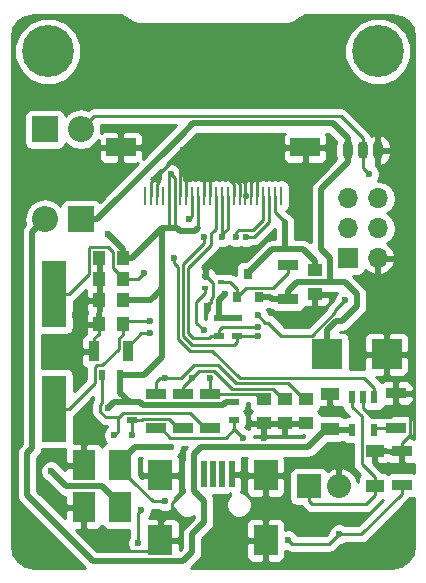
<source format=gtl>
G04 #@! TF.FileFunction,Copper,L1,Top,Signal*
%FSLAX46Y46*%
G04 Gerber Fmt 4.6, Leading zero omitted, Abs format (unit mm)*
G04 Created by KiCad (PCBNEW 4.0.7) date Sun May 27 13:06:25 2018*
%MOMM*%
%LPD*%
G01*
G04 APERTURE LIST*
%ADD10C,0.100000*%
%ADD11R,0.508000X0.356000*%
%ADD12R,2.100580X5.600700*%
%ADD13R,1.950000X2.500000*%
%ADD14R,1.600000X1.000000*%
%ADD15R,1.000000X1.250000*%
%ADD16R,1.250000X1.000000*%
%ADD17R,2.550000X2.500000*%
%ADD18R,2.200000X2.200000*%
%ADD19O,2.200000X2.200000*%
%ADD20R,0.600000X1.100000*%
%ADD21R,0.500000X2.300000*%
%ADD22R,2.000000X2.500000*%
%ADD23R,1.700000X1.700000*%
%ADD24O,1.700000X1.700000*%
%ADD25R,0.800000X0.900000*%
%ADD26R,1.700000X0.900000*%
%ADD27R,0.900000X0.500000*%
%ADD28R,0.900000X1.700000*%
%ADD29R,0.500000X0.900000*%
%ADD30O,0.899160X1.501140*%
%ADD31R,2.500000X1.500000*%
%ADD32R,0.250000X1.500000*%
%ADD33R,2.032000X2.032000*%
%ADD34O,2.032000X2.032000*%
%ADD35C,4.400000*%
%ADD36C,0.700000*%
%ADD37C,0.600000*%
%ADD38C,0.250000*%
%ADD39C,0.500000*%
%ADD40C,0.254000*%
G04 APERTURE END LIST*
D10*
D11*
X140348000Y-99568000D03*
X139053000Y-99068000D03*
X139053000Y-100068000D03*
D12*
X126238000Y-100561140D03*
X126238000Y-110258860D03*
D13*
X131827000Y-118618000D03*
X128777000Y-118618000D03*
D14*
X149606000Y-111990000D03*
X149606000Y-108990000D03*
D13*
X131826000Y-115062000D03*
X128776000Y-115062000D03*
D14*
X153416000Y-116816000D03*
X153416000Y-113816000D03*
D15*
X132064000Y-97536000D03*
X130064000Y-97536000D03*
X132064000Y-101092000D03*
X130064000Y-101092000D03*
D16*
X148336000Y-98568000D03*
X148336000Y-100568000D03*
D17*
X149352000Y-105664000D03*
X154402000Y-105664000D03*
D15*
X132048000Y-103124000D03*
X130048000Y-103124000D03*
X132064000Y-99314000D03*
X130064000Y-99314000D03*
D16*
X144018000Y-109490000D03*
X144018000Y-111490000D03*
X145796000Y-109490000D03*
X145796000Y-111490000D03*
X147574000Y-109490000D03*
X147574000Y-111490000D03*
D18*
X128524000Y-94234000D03*
D19*
X128524000Y-86614000D03*
D18*
X125476000Y-86614000D03*
D19*
X125476000Y-94234000D03*
D20*
X153350000Y-112094000D03*
X153350000Y-109294000D03*
X152400000Y-109294000D03*
X151450000Y-109294000D03*
X151450000Y-112094000D03*
D21*
X138100000Y-115818000D03*
X138900000Y-115818000D03*
X139700000Y-115818000D03*
X140500000Y-115818000D03*
X141300000Y-115818000D03*
D22*
X135250000Y-115918000D03*
X135250000Y-121418000D03*
X144150000Y-115918000D03*
X144150000Y-121418000D03*
D23*
X151130000Y-97536000D03*
D24*
X153670000Y-97536000D03*
X151130000Y-94996000D03*
X153670000Y-94996000D03*
X151130000Y-92456000D03*
X153670000Y-92456000D03*
D25*
X141732000Y-100838000D03*
X143632000Y-100838000D03*
X142682000Y-98838000D03*
D26*
X155194000Y-111866000D03*
X155194000Y-108966000D03*
X155702000Y-116766000D03*
X155702000Y-113866000D03*
X146050000Y-101018000D03*
X146050000Y-98118000D03*
D27*
X141732000Y-102628000D03*
X141732000Y-104128000D03*
X140208000Y-102628000D03*
X140208000Y-104128000D03*
D28*
X132514000Y-105410000D03*
X129614000Y-105410000D03*
D29*
X131814000Y-107442000D03*
X130314000Y-107442000D03*
D27*
X132842000Y-109740000D03*
X132842000Y-111240000D03*
X141478000Y-109740000D03*
X141478000Y-111240000D03*
D26*
X139446000Y-109040000D03*
X139446000Y-111940000D03*
X137160000Y-109040000D03*
X137160000Y-111940000D03*
X134874000Y-109040000D03*
X134874000Y-111940000D03*
D30*
X152400000Y-88392000D03*
X153670000Y-88392000D03*
X151130000Y-88392000D03*
D31*
X147500000Y-88150000D03*
X131900000Y-88150000D03*
D32*
X145450000Y-92250000D03*
X144950000Y-92250000D03*
X144450000Y-92250000D03*
X143950000Y-92250000D03*
X143450000Y-92250000D03*
X142950000Y-92250000D03*
X142450000Y-92250000D03*
X141950000Y-92250000D03*
X141450000Y-92250000D03*
X140950000Y-92250000D03*
X140450000Y-92250000D03*
X139950000Y-92250000D03*
X139450000Y-92250000D03*
X138950000Y-92250000D03*
X138450000Y-92250000D03*
X137950000Y-92250000D03*
X137450000Y-92250000D03*
X136950000Y-92250000D03*
X136450000Y-92250000D03*
X135950000Y-92250000D03*
X135450000Y-92250000D03*
X134950000Y-92250000D03*
X134450000Y-92250000D03*
X133950000Y-92250000D03*
D33*
X147828000Y-116840000D03*
D34*
X150368000Y-116840000D03*
D35*
X125730000Y-80010000D03*
D36*
X127380000Y-80010000D03*
X126896726Y-81176726D03*
X125730000Y-81660000D03*
X124563274Y-81176726D03*
X124080000Y-80010000D03*
X124563274Y-78843274D03*
X125730000Y-78360000D03*
X126896726Y-78843274D03*
D35*
X153670000Y-80010000D03*
D36*
X155320000Y-80010000D03*
X154836726Y-81176726D03*
X153670000Y-81660000D03*
X152503274Y-81176726D03*
X152020000Y-80010000D03*
X152503274Y-78843274D03*
X153670000Y-78360000D03*
X154836726Y-78843274D03*
D37*
X136144000Y-90424000D03*
X130810000Y-95504000D03*
X134366000Y-101092000D03*
X130810000Y-110236000D03*
X140716000Y-100584000D03*
X125984000Y-115570000D03*
X137160000Y-88392000D03*
X134874000Y-87884000D03*
X144018000Y-112776000D03*
X130048000Y-121920000D03*
X128016000Y-102362000D03*
X146812000Y-103124000D03*
X149606000Y-110490000D03*
X153670000Y-102616000D03*
X139192000Y-101600000D03*
X133604000Y-118872000D03*
X133350000Y-121666000D03*
X142494000Y-95758000D03*
X134366000Y-102870000D03*
X133858000Y-98806000D03*
X139446000Y-107696000D03*
X137922000Y-107696000D03*
X135636000Y-107696000D03*
X152908000Y-90424000D03*
X150876000Y-101092000D03*
X143510000Y-102362000D03*
X140462000Y-95758000D03*
X138938000Y-95758000D03*
X143510000Y-104140000D03*
X143510000Y-103329997D03*
X131318000Y-112522000D03*
X132842000Y-112522000D03*
X142240000Y-112776000D03*
X141683997Y-95758000D03*
X135636000Y-118110000D03*
X136144000Y-113538000D03*
X146050000Y-121412000D03*
X150368000Y-120904000D03*
X136398000Y-97536000D03*
X134366000Y-103886000D03*
X138938000Y-103632000D03*
X137668000Y-94234000D03*
D38*
X136450000Y-92250000D02*
X136450000Y-90730000D01*
X136450000Y-90730000D02*
X136144000Y-90424000D01*
X135950000Y-92250000D02*
X135950000Y-90618000D01*
X135950000Y-90618000D02*
X136144000Y-90424000D01*
D39*
X136144000Y-94996000D02*
X135636000Y-94996000D01*
D38*
X135950000Y-94682000D02*
X135636000Y-94996000D01*
D39*
X135636000Y-94996000D02*
X135382000Y-94996000D01*
D38*
X135950000Y-92250000D02*
X135950000Y-94682000D01*
D39*
X136652000Y-94996000D02*
X136144000Y-94996000D01*
D38*
X136450000Y-92250000D02*
X136450000Y-94690000D01*
X136450000Y-94690000D02*
X136144000Y-94996000D01*
D39*
X136906000Y-95250000D02*
X136652000Y-94996000D01*
X138176000Y-95250000D02*
X136906000Y-95250000D01*
X138450000Y-94976000D02*
X138176000Y-95250000D01*
D38*
X138450000Y-92250000D02*
X138450000Y-94976000D01*
D39*
X130810000Y-95504000D02*
X132064000Y-96758000D01*
X132064000Y-96758000D02*
X132064000Y-97536000D01*
D38*
X134973001Y-95376999D02*
X135001001Y-95376999D01*
D39*
X135001001Y-95376999D02*
X135382000Y-94996000D01*
X135382000Y-101599998D02*
X135382000Y-100076000D01*
X135382000Y-100076000D02*
X135382000Y-94996000D01*
X134366000Y-101092000D02*
X134665999Y-100792001D01*
X134665999Y-100792001D02*
X135382000Y-100076000D01*
X133604000Y-101092000D02*
X134366000Y-101092000D01*
X132842000Y-109740000D02*
X131306000Y-109740000D01*
X131306000Y-109740000D02*
X130810000Y-110236000D01*
X140208000Y-102628000D02*
X140208000Y-101092000D01*
X140208000Y-101092000D02*
X140716000Y-100584000D01*
D38*
X132064000Y-97536000D02*
X132064000Y-97411000D01*
D39*
X132385002Y-107442000D02*
X133858000Y-107442000D01*
X133858000Y-107442000D02*
X135382000Y-105918000D01*
X135382000Y-105918000D02*
X135382000Y-101599998D01*
X132064000Y-97536000D02*
X132814000Y-97536000D01*
X132814000Y-97536000D02*
X134973001Y-95376999D01*
X125984000Y-115570000D02*
X127254000Y-116840000D01*
X127254000Y-116840000D02*
X130324000Y-116840000D01*
X130324000Y-116840000D02*
X131827000Y-118343000D01*
D38*
X131827000Y-118343000D02*
X131827000Y-118618000D01*
D39*
X133784000Y-109982000D02*
X140536000Y-109982000D01*
X140536000Y-109982000D02*
X140778000Y-109740000D01*
X140778000Y-109740000D02*
X141478000Y-109740000D01*
X132842000Y-109740000D02*
X133542000Y-109740000D01*
X133542000Y-109740000D02*
X133784000Y-109982000D01*
X131814000Y-107442000D02*
X131814000Y-108912000D01*
X131814000Y-108912000D02*
X132642000Y-109740000D01*
D38*
X132642000Y-109740000D02*
X132842000Y-109740000D01*
D39*
X131814000Y-107442000D02*
X132385002Y-107442000D01*
X133604000Y-101092000D02*
X132064000Y-101092000D01*
X140208000Y-102628000D02*
X141732000Y-102628000D01*
D38*
X140196000Y-102616000D02*
X140208000Y-102628000D01*
X141224000Y-88392000D02*
X143450000Y-90618000D01*
X143450000Y-90618000D02*
X143450000Y-92250000D01*
X140462000Y-88392000D02*
X141224000Y-88392000D01*
X140462000Y-88392000D02*
X142950000Y-90880000D01*
X142950000Y-90880000D02*
X142950000Y-92250000D01*
X139700000Y-88392000D02*
X140462000Y-88392000D01*
X142450000Y-91142000D02*
X139700000Y-88392000D01*
X139700000Y-88392000D02*
X139092000Y-88392000D01*
X142450000Y-92250000D02*
X142450000Y-91142000D01*
X137584264Y-88392000D02*
X137160000Y-88392000D01*
X141950000Y-92250000D02*
X141950000Y-91250000D01*
X139092000Y-88392000D02*
X137584264Y-88392000D01*
X141950000Y-91250000D02*
X139092000Y-88392000D01*
X141450000Y-92250000D02*
X141450000Y-91250000D01*
X141450000Y-91250000D02*
X138592000Y-88392000D01*
X138592000Y-88392000D02*
X137584264Y-88392000D01*
X137450000Y-92250000D02*
X137450000Y-88682000D01*
X137450000Y-88682000D02*
X137160000Y-88392000D01*
X136950000Y-92250000D02*
X136950000Y-88602000D01*
X136950000Y-88602000D02*
X137160000Y-88392000D01*
X137160000Y-88392000D02*
X138938000Y-90170000D01*
X134450000Y-91102000D02*
X135128000Y-90424000D01*
X135128000Y-90424000D02*
X137160000Y-88392000D01*
X134950000Y-92250000D02*
X134950000Y-91250000D01*
X134950000Y-91250000D02*
X135128000Y-91072000D01*
X135128000Y-91072000D02*
X135128000Y-90424000D01*
X134450000Y-92250000D02*
X134450000Y-91102000D01*
X138950000Y-92250000D02*
X138950000Y-90182000D01*
X138938000Y-90170000D02*
X139450000Y-90682000D01*
X138950000Y-90182000D02*
X138938000Y-90170000D01*
X139450000Y-90682000D02*
X139450000Y-92250000D01*
X131900000Y-88150000D02*
X134608000Y-88150000D01*
X134608000Y-88150000D02*
X134874000Y-87884000D01*
X135250000Y-121418000D02*
X135250000Y-119918000D01*
X137160000Y-117348000D02*
X137160000Y-116078000D01*
X135250000Y-119918000D02*
X136271001Y-118896999D01*
X136271001Y-118896999D02*
X136271001Y-118236999D01*
X136271001Y-118236999D02*
X137160000Y-117348000D01*
X137160000Y-116078000D02*
X137000000Y-115918000D01*
X137000000Y-115918000D02*
X135250000Y-115918000D01*
X128776000Y-115062000D02*
X127254000Y-115062000D01*
X125730000Y-114300000D02*
X124968000Y-115062000D01*
X127254000Y-115062000D02*
X126492000Y-114300000D01*
X126492000Y-114300000D02*
X125730000Y-114300000D01*
X124968000Y-115062000D02*
X124968000Y-117348000D01*
X124968000Y-117348000D02*
X126238000Y-118618000D01*
X126238000Y-118618000D02*
X128777000Y-118618000D01*
X128776000Y-115062000D02*
X127551000Y-115062000D01*
X127551000Y-115062000D02*
X127423999Y-114934999D01*
X144018000Y-111490000D02*
X144018000Y-112776000D01*
X141300000Y-115818000D02*
X144050000Y-115818000D01*
X144050000Y-115818000D02*
X144150000Y-115918000D01*
X128777000Y-118618000D02*
X128777000Y-120649000D01*
X128777000Y-120649000D02*
X130048000Y-121920000D01*
X130048000Y-121920000D02*
X130429001Y-122301001D01*
X130429001Y-122301001D02*
X134366999Y-122301001D01*
X134366999Y-122301001D02*
X135250000Y-121418000D01*
X128524000Y-103124000D02*
X128016000Y-102616000D01*
X128016000Y-102616000D02*
X128016000Y-102362000D01*
X130048000Y-103124000D02*
X128524000Y-103124000D01*
X130048000Y-103999000D02*
X129925000Y-103999000D01*
X129925000Y-103999000D02*
X129614000Y-104310000D01*
X129614000Y-104310000D02*
X129614000Y-105410000D01*
X130048000Y-103124000D02*
X130048000Y-103999000D01*
X130048000Y-103124000D02*
X130048000Y-101108000D01*
X130048000Y-101108000D02*
X130064000Y-101092000D01*
X139053000Y-99068000D02*
X139129000Y-99068000D01*
X139700000Y-99639000D02*
X139700000Y-100772671D01*
X139129000Y-99068000D02*
X139700000Y-99639000D01*
X139700000Y-100772671D02*
X139491999Y-100980672D01*
X139491999Y-100980672D02*
X139491999Y-101300001D01*
X139491999Y-101300001D02*
X139192000Y-101600000D01*
X152400000Y-109294000D02*
X152400000Y-110236000D01*
X152400000Y-110236000D02*
X153162000Y-110998000D01*
X153162000Y-110998000D02*
X154686000Y-110998000D01*
X154686000Y-110998000D02*
X155194000Y-110490000D01*
X155194000Y-110490000D02*
X155194000Y-109666000D01*
X155194000Y-109666000D02*
X155194000Y-108966000D01*
X155194000Y-109666000D02*
X156379001Y-110851001D01*
X156379001Y-110851001D02*
X156379001Y-112488999D01*
X155702000Y-113166000D02*
X155702000Y-113866000D01*
X156379001Y-112488999D02*
X155702000Y-113166000D01*
X153416000Y-113816000D02*
X155652000Y-113816000D01*
X155652000Y-113816000D02*
X155702000Y-113866000D01*
X148336000Y-100568000D02*
X148336000Y-101600000D01*
X148336000Y-101600000D02*
X146812000Y-103124000D01*
X130064000Y-99314000D02*
X130064000Y-101092000D01*
X130064000Y-97536000D02*
X130064000Y-99314000D01*
X149606000Y-110490000D02*
X149606000Y-108990000D01*
X153670000Y-102616000D02*
X153670000Y-102191736D01*
X153670000Y-102191736D02*
X153670000Y-97536000D01*
D39*
X129540000Y-123190000D02*
X129794000Y-123190000D01*
X125476000Y-94234000D02*
X124376001Y-95333999D01*
X123952000Y-114046000D02*
X123952000Y-117602000D01*
X124376001Y-95333999D02*
X124376001Y-113621999D01*
X124376001Y-113621999D02*
X123952000Y-114046000D01*
X123952000Y-117602000D02*
X129540000Y-123190000D01*
X138100000Y-115818000D02*
X138100000Y-114122000D01*
X138100000Y-114122000D02*
X138684000Y-113538000D01*
X138684000Y-113538000D02*
X147758000Y-113538000D01*
X147758000Y-113538000D02*
X149306000Y-111990000D01*
D38*
X149306000Y-111990000D02*
X149606000Y-111990000D01*
D39*
X138100000Y-115818000D02*
X138100000Y-117218000D01*
X138938000Y-118056000D02*
X138938000Y-119888000D01*
X138100000Y-117218000D02*
X138938000Y-118056000D01*
X138938000Y-119888000D02*
X137922000Y-120904000D01*
X137922000Y-120904000D02*
X137922000Y-122428000D01*
X137922000Y-122428000D02*
X137160000Y-123190000D01*
X137160000Y-123190000D02*
X129794000Y-123190000D01*
X151450000Y-112094000D02*
X149710000Y-112094000D01*
D38*
X149710000Y-112094000D02*
X149606000Y-111990000D01*
X133350000Y-120396000D02*
X133350000Y-119126000D01*
X133350000Y-119126000D02*
X133604000Y-118872000D01*
X133350000Y-120396000D02*
X133350000Y-121666000D01*
X147828000Y-116840000D02*
X147828000Y-118106000D01*
X147828000Y-118106000D02*
X148086000Y-118364000D01*
X148086000Y-118364000D02*
X152654000Y-118364000D01*
X152654000Y-118364000D02*
X153416000Y-117602000D01*
X153416000Y-117602000D02*
X153416000Y-116816000D01*
X151450000Y-109294000D02*
X151450000Y-110094000D01*
X151450000Y-110094000D02*
X152280999Y-110924999D01*
X152280999Y-110924999D02*
X152280999Y-114930999D01*
X152280999Y-114930999D02*
X153416000Y-116066000D01*
X153416000Y-116066000D02*
X153416000Y-116816000D01*
X144450000Y-92250000D02*
X144450000Y-94452552D01*
X144450000Y-94452552D02*
X143144552Y-95758000D01*
X143144552Y-95758000D02*
X142918264Y-95758000D01*
X142918264Y-95758000D02*
X142494000Y-95758000D01*
X126238000Y-110258860D02*
X127538290Y-110258860D01*
X127538290Y-110258860D02*
X129728999Y-108068151D01*
X129728999Y-106745001D02*
X129878999Y-106595001D01*
X129728999Y-108068151D02*
X129728999Y-106745001D01*
X129878999Y-106595001D02*
X130332001Y-106595001D01*
X130332001Y-106595001D02*
X131728999Y-105198003D01*
X131728999Y-105198003D02*
X131728999Y-104318001D01*
X131728999Y-104318001D02*
X132048000Y-103999000D01*
X132048000Y-103999000D02*
X132048000Y-103124000D01*
X132048000Y-103249000D02*
X132048000Y-103124000D01*
X134366000Y-102870000D02*
X132302000Y-102870000D01*
X132302000Y-102870000D02*
X132048000Y-103124000D01*
X126238000Y-100561140D02*
X127538290Y-100561140D01*
X127538290Y-100561140D02*
X129228999Y-98870431D01*
X129228999Y-98870431D02*
X129228999Y-96642999D01*
X129228999Y-96642999D02*
X129295999Y-96575999D01*
X129295999Y-96575999D02*
X130832001Y-96575999D01*
X130832001Y-96575999D02*
X131228999Y-96972997D01*
X131228999Y-96972997D02*
X131228999Y-98353999D01*
X131228999Y-98353999D02*
X132064000Y-99189000D01*
X132064000Y-99189000D02*
X132064000Y-99314000D01*
X132814000Y-99314000D02*
X133350000Y-99314000D01*
X133350000Y-99314000D02*
X133858000Y-98806000D01*
X132064000Y-99314000D02*
X132814000Y-99314000D01*
X144018000Y-109490000D02*
X143780000Y-109490000D01*
X143780000Y-109490000D02*
X143330000Y-109040000D01*
X143330000Y-109040000D02*
X142806000Y-109040000D01*
X139446000Y-109040000D02*
X142806000Y-109040000D01*
X139446000Y-107696000D02*
X139446000Y-109040000D01*
X137160000Y-108458000D02*
X137160000Y-109040000D01*
X137922000Y-107696000D02*
X137160000Y-108458000D01*
X145796000Y-109490000D02*
X145671000Y-109490000D01*
X145671000Y-109490000D02*
X144760990Y-108579990D01*
X144760990Y-108579990D02*
X141269792Y-108579990D01*
X141269792Y-108579990D02*
X139750801Y-107060999D01*
X139750801Y-107060999D02*
X138557001Y-107060999D01*
X138557001Y-107060999D02*
X137922000Y-107696000D01*
X134874000Y-108033736D02*
X134874000Y-109040000D01*
X135636000Y-107696000D02*
X135211736Y-107696000D01*
X135211736Y-107696000D02*
X134874000Y-108033736D01*
X135636000Y-107696000D02*
X136982198Y-107696000D01*
X136982198Y-107696000D02*
X138077209Y-106600989D01*
X138077209Y-106600989D02*
X140128989Y-106600989D01*
X140128989Y-106600989D02*
X141647980Y-108119980D01*
X141647980Y-108119980D02*
X146078981Y-108119981D01*
X146078981Y-108119981D02*
X147449000Y-109490000D01*
X147449000Y-109490000D02*
X147574000Y-109490000D01*
X128524000Y-86614000D02*
X129623999Y-85514001D01*
X150522571Y-85514001D02*
X152400000Y-87391430D01*
X129623999Y-85514001D02*
X150522571Y-85514001D01*
X152400000Y-87391430D02*
X152400000Y-88392000D01*
X152908000Y-90424000D02*
X152400000Y-89916000D01*
X152400000Y-89916000D02*
X152400000Y-88392000D01*
X155194000Y-111866000D02*
X153578000Y-111866000D01*
X153578000Y-111866000D02*
X153350000Y-112094000D01*
X150048671Y-102108000D02*
X150048671Y-101919329D01*
X150048671Y-101919329D02*
X150876000Y-101092000D01*
X144399001Y-102997001D02*
X145480999Y-104078999D01*
X145480999Y-104078999D02*
X148077672Y-104078999D01*
X148077672Y-104078999D02*
X150048671Y-102108000D01*
X143510000Y-102362000D02*
X144145001Y-102997001D01*
X144145001Y-102997001D02*
X144399001Y-102997001D01*
X140462000Y-95758000D02*
X140462000Y-95504000D01*
X140462000Y-95504000D02*
X140450000Y-95492000D01*
X138938000Y-95928264D02*
X138938000Y-95758000D01*
X141732000Y-104128000D02*
X141732000Y-104628000D01*
X141732000Y-104628000D02*
X141458000Y-104902000D01*
X141458000Y-104902000D02*
X137922000Y-104902000D01*
X137922000Y-104902000D02*
X137160000Y-104140000D01*
X137160000Y-104140000D02*
X137160000Y-98044000D01*
X137160000Y-98044000D02*
X138938000Y-96266000D01*
X138938000Y-96266000D02*
X138938000Y-95928264D01*
X140950000Y-92250000D02*
X140950000Y-95016000D01*
X140950000Y-95016000D02*
X140462000Y-95504000D01*
X140450000Y-92250000D02*
X140450000Y-95492000D01*
X143510000Y-104140000D02*
X141744000Y-104140000D01*
X141744000Y-104140000D02*
X141732000Y-104128000D01*
X139950000Y-92250000D02*
X139950000Y-95076198D01*
X139950000Y-95076198D02*
X139826999Y-95199199D01*
X139826999Y-95199199D02*
X139750801Y-95199199D01*
X139750801Y-95199199D02*
X139573001Y-95376999D01*
X139573001Y-95376999D02*
X139573001Y-96392999D01*
X139573001Y-96392999D02*
X137620010Y-98345990D01*
X138049001Y-104267001D02*
X139368999Y-104267001D01*
X137620010Y-98345990D02*
X137620010Y-103838010D01*
X137620010Y-103838010D02*
X138049001Y-104267001D01*
X139368999Y-104267001D02*
X139508000Y-104128000D01*
X139508000Y-104128000D02*
X140208000Y-104128000D01*
X143510000Y-103329997D02*
X140506003Y-103329997D01*
X140506003Y-103329997D02*
X140208000Y-103628000D01*
X140208000Y-103628000D02*
X140208000Y-104128000D01*
X131318000Y-112522000D02*
X131617999Y-112222001D01*
X131617999Y-112222001D02*
X131617999Y-111160999D01*
X131617999Y-111160999D02*
X131780998Y-110998000D01*
X130314000Y-107442000D02*
X130314000Y-109792198D01*
X130314000Y-109792198D02*
X130174999Y-109931199D01*
X130174999Y-109931199D02*
X130174999Y-110540801D01*
X130174999Y-110540801D02*
X130632198Y-110998000D01*
X130632198Y-110998000D02*
X131780998Y-110998000D01*
X131780998Y-110998000D02*
X132123999Y-110654999D01*
X132123999Y-110654999D02*
X137760999Y-110654999D01*
X137760999Y-110654999D02*
X139046000Y-111940000D01*
X139046000Y-111940000D02*
X139446000Y-111940000D01*
X132842000Y-112522000D02*
X132842000Y-111240000D01*
X132842000Y-111240000D02*
X133670998Y-111240000D01*
X136760000Y-111940000D02*
X137160000Y-111940000D01*
X133670998Y-111240000D02*
X133755999Y-111154999D01*
X133755999Y-111154999D02*
X135974999Y-111154999D01*
X135974999Y-111154999D02*
X136760000Y-111940000D01*
X134874000Y-111940000D02*
X135274000Y-111940000D01*
X135274000Y-111940000D02*
X136059001Y-112725001D01*
X136059001Y-112725001D02*
X140766999Y-112725001D01*
X140766999Y-112725001D02*
X141478000Y-112014000D01*
X141478000Y-111240000D02*
X141478000Y-112014000D01*
X141478000Y-112014000D02*
X142240000Y-112776000D01*
D39*
X150114000Y-102870000D02*
X149352000Y-103632000D01*
X149352000Y-103632000D02*
X149352000Y-105664000D01*
X150622000Y-102870000D02*
X150114000Y-102870000D01*
X151892000Y-101600000D02*
X150622000Y-102870000D01*
X151892000Y-100584000D02*
X151892000Y-101600000D01*
X150876000Y-99568000D02*
X151892000Y-100584000D01*
X149606000Y-99568000D02*
X150876000Y-99568000D01*
X149844570Y-86106000D02*
X138002000Y-86106000D01*
X138002000Y-86106000D02*
X137043001Y-87064999D01*
X151130000Y-88392000D02*
X151130000Y-87391430D01*
X151130000Y-87391430D02*
X149844570Y-86106000D01*
X128524000Y-94234000D02*
X129874000Y-94234000D01*
X129874000Y-94234000D02*
X137043001Y-87064999D01*
X149606000Y-99568000D02*
X149606000Y-97536000D01*
X149606000Y-97536000D02*
X148844000Y-96774000D01*
X148844000Y-96774000D02*
X148844000Y-91678570D01*
X148844000Y-91678570D02*
X149944999Y-90577571D01*
X144706000Y-101018000D02*
X144526000Y-100838000D01*
X144526000Y-100838000D02*
X143632000Y-100838000D01*
X146050000Y-101018000D02*
X144706000Y-101018000D01*
X146800000Y-99568000D02*
X149606000Y-99568000D01*
X146050000Y-100318000D02*
X146800000Y-99568000D01*
X146050000Y-101018000D02*
X146050000Y-100318000D01*
X149944999Y-90577571D02*
X151130000Y-89392570D01*
X151130000Y-89392570D02*
X151130000Y-88392000D01*
D38*
X143950000Y-92250000D02*
X143950000Y-94302000D01*
X143950000Y-94302000D02*
X143129001Y-95122999D01*
X143129001Y-95122999D02*
X141894734Y-95122999D01*
X141894734Y-95122999D02*
X141683997Y-95333736D01*
X141683997Y-95333736D02*
X141683997Y-95758000D01*
D39*
X134776998Y-113538000D02*
X133075000Y-113538000D01*
X133075000Y-113538000D02*
X131826000Y-114787000D01*
X131826000Y-114787000D02*
X131826000Y-115062000D01*
D38*
X135636000Y-118110000D02*
X134588998Y-118110000D01*
X134588998Y-118110000D02*
X133051000Y-116572002D01*
X133051000Y-116572002D02*
X133051000Y-116562000D01*
X133051000Y-116562000D02*
X131826000Y-115337000D01*
X131826000Y-115337000D02*
X131826000Y-115062000D01*
D39*
X136144000Y-113538000D02*
X134776998Y-113538000D01*
D38*
X146050000Y-121412000D02*
X146349999Y-121711999D01*
X146349999Y-121711999D02*
X149560001Y-121711999D01*
X149560001Y-121711999D02*
X150068001Y-121203999D01*
X150068001Y-121203999D02*
X150368000Y-120904000D01*
X155702000Y-116766000D02*
X155702000Y-117466000D01*
X155702000Y-117466000D02*
X152264000Y-120904000D01*
X152264000Y-120904000D02*
X150368000Y-120904000D01*
X136398000Y-97536000D02*
X136398000Y-97960264D01*
X136398000Y-97960264D02*
X136699990Y-98262254D01*
X136699990Y-98262254D02*
X136699991Y-104330543D01*
X136699991Y-104330543D02*
X137731458Y-105362010D01*
X141949971Y-107659971D02*
X152515971Y-107659971D01*
X137731458Y-105362010D02*
X139652010Y-105362010D01*
X139652010Y-105362010D02*
X141949971Y-107659971D01*
X152515971Y-107659971D02*
X153350000Y-108494000D01*
X153350000Y-108494000D02*
X153350000Y-109294000D01*
X139053000Y-100068000D02*
X139053000Y-100496000D01*
X139053000Y-100496000D02*
X138295000Y-101254000D01*
X138295000Y-101254000D02*
X138295000Y-102989000D01*
X138295000Y-102989000D02*
X138938000Y-103632000D01*
X132514000Y-105410000D02*
X132514000Y-105010000D01*
X132514000Y-105010000D02*
X133638000Y-103886000D01*
X133638000Y-103886000D02*
X134366000Y-103886000D01*
X137668000Y-94234000D02*
X137950000Y-93952000D01*
X137950000Y-93952000D02*
X137950000Y-92250000D01*
X144950000Y-93642000D02*
X145796000Y-94488000D01*
D39*
X147320000Y-96774000D02*
X145796000Y-96774000D01*
X145796000Y-96774000D02*
X144696000Y-96774000D01*
X145796000Y-94488000D02*
X145796000Y-96774000D01*
D38*
X144950000Y-92250000D02*
X144950000Y-93642000D01*
D39*
X148336000Y-98568000D02*
X148336000Y-97790000D01*
X148336000Y-97790000D02*
X147320000Y-96774000D01*
D38*
X142682000Y-98788000D02*
X142682000Y-98838000D01*
D39*
X144696000Y-96774000D02*
X142682000Y-98788000D01*
D38*
X140348000Y-99568000D02*
X141162000Y-99568000D01*
X141162000Y-99568000D02*
X141732000Y-100138000D01*
X141732000Y-100138000D02*
X141732000Y-100838000D01*
X146050000Y-98118000D02*
X146050000Y-98818000D01*
X146050000Y-98818000D02*
X144815001Y-100052999D01*
X144815001Y-100052999D02*
X142467001Y-100052999D01*
X142467001Y-100052999D02*
X141732000Y-100788000D01*
X141732000Y-100788000D02*
X141732000Y-100838000D01*
D40*
G36*
X150685910Y-113095441D02*
X150898110Y-113240431D01*
X151150000Y-113291440D01*
X151520999Y-113291440D01*
X151520999Y-114930999D01*
X151578851Y-115221838D01*
X151743598Y-115468400D01*
X152149357Y-115874159D01*
X152019569Y-116064110D01*
X151968560Y-116316000D01*
X151968560Y-116445243D01*
X151705188Y-115871621D01*
X151232818Y-115433615D01*
X150750944Y-115234025D01*
X150495000Y-115353164D01*
X150495000Y-116713000D01*
X150515000Y-116713000D01*
X150515000Y-116967000D01*
X150495000Y-116967000D01*
X150495000Y-116987000D01*
X150241000Y-116987000D01*
X150241000Y-116967000D01*
X150221000Y-116967000D01*
X150221000Y-116713000D01*
X150241000Y-116713000D01*
X150241000Y-115353164D01*
X149985056Y-115234025D01*
X149503182Y-115433615D01*
X149405602Y-115524097D01*
X149308090Y-115372559D01*
X149095890Y-115227569D01*
X148844000Y-115176560D01*
X146812000Y-115176560D01*
X146576683Y-115220838D01*
X146360559Y-115359910D01*
X146215569Y-115572110D01*
X146164560Y-115824000D01*
X146164560Y-117856000D01*
X146208838Y-118091317D01*
X146347910Y-118307441D01*
X146560110Y-118452431D01*
X146812000Y-118503440D01*
X147197080Y-118503440D01*
X147290599Y-118643401D01*
X147548599Y-118901401D01*
X147795161Y-119066148D01*
X148086000Y-119124000D01*
X152654000Y-119124000D01*
X152944839Y-119066148D01*
X153191401Y-118901401D01*
X153953401Y-118139401D01*
X154070974Y-117963440D01*
X154129758Y-117963440D01*
X151949198Y-120144000D01*
X150930463Y-120144000D01*
X150898327Y-120111808D01*
X150554799Y-119969162D01*
X150182833Y-119968838D01*
X149839057Y-120110883D01*
X149575808Y-120373673D01*
X149433162Y-120717201D01*
X149433121Y-120764077D01*
X149245199Y-120951999D01*
X146871603Y-120951999D01*
X146843117Y-120883057D01*
X146580327Y-120619808D01*
X146236799Y-120477162D01*
X145864833Y-120476838D01*
X145785000Y-120509824D01*
X145785000Y-120041691D01*
X145688327Y-119808302D01*
X145509699Y-119629673D01*
X145276310Y-119533000D01*
X144435750Y-119533000D01*
X144277000Y-119691750D01*
X144277000Y-121291000D01*
X144297000Y-121291000D01*
X144297000Y-121545000D01*
X144277000Y-121545000D01*
X144277000Y-123144250D01*
X144435750Y-123303000D01*
X145276310Y-123303000D01*
X145509699Y-123206327D01*
X145688327Y-123027698D01*
X145785000Y-122794309D01*
X145785000Y-122314366D01*
X145863201Y-122346838D01*
X145958549Y-122346921D01*
X146059160Y-122414147D01*
X146349999Y-122471999D01*
X149560001Y-122471999D01*
X149850840Y-122414147D01*
X150097402Y-122249400D01*
X150507680Y-121839122D01*
X150553167Y-121839162D01*
X150896943Y-121697117D01*
X150930118Y-121664000D01*
X152264000Y-121664000D01*
X152554839Y-121606148D01*
X152801401Y-121441401D01*
X156239401Y-118003401D01*
X156332920Y-117863440D01*
X156552000Y-117863440D01*
X156745000Y-117827125D01*
X156745000Y-121847610D01*
X156594300Y-122605232D01*
X156206146Y-123186146D01*
X155625233Y-123574299D01*
X154867610Y-123725000D01*
X137876580Y-123725000D01*
X138547787Y-123053792D01*
X138547790Y-123053790D01*
X138739633Y-122766675D01*
X138772556Y-122601162D01*
X138807001Y-122428000D01*
X138807000Y-122427995D01*
X138807000Y-121703750D01*
X142515000Y-121703750D01*
X142515000Y-122794309D01*
X142611673Y-123027698D01*
X142790301Y-123206327D01*
X143023690Y-123303000D01*
X143864250Y-123303000D01*
X144023000Y-123144250D01*
X144023000Y-121545000D01*
X142673750Y-121545000D01*
X142515000Y-121703750D01*
X138807000Y-121703750D01*
X138807000Y-121270580D01*
X139563787Y-120513792D01*
X139563790Y-120513790D01*
X139755633Y-120226675D01*
X139792429Y-120041691D01*
X142515000Y-120041691D01*
X142515000Y-121132250D01*
X142673750Y-121291000D01*
X144023000Y-121291000D01*
X144023000Y-119691750D01*
X143864250Y-119533000D01*
X143023690Y-119533000D01*
X142790301Y-119629673D01*
X142611673Y-119808302D01*
X142515000Y-120041691D01*
X139792429Y-120041691D01*
X139823001Y-119888000D01*
X139823000Y-119887995D01*
X139823000Y-118056005D01*
X139823001Y-118056000D01*
X139757160Y-117725001D01*
X139755633Y-117717325D01*
X139687556Y-117615440D01*
X139950000Y-117615440D01*
X140105507Y-117586179D01*
X140250000Y-117615440D01*
X140750000Y-117615440D01*
X140890086Y-117589081D01*
X140923690Y-117603000D01*
X141016250Y-117603000D01*
X141161384Y-117457866D01*
X141172998Y-117450393D01*
X141172998Y-117603000D01*
X141180662Y-117603000D01*
X140980718Y-117802595D01*
X140815189Y-118201233D01*
X140814812Y-118632873D01*
X140979646Y-119031800D01*
X141284595Y-119337282D01*
X141683233Y-119502811D01*
X142114873Y-119503188D01*
X142513800Y-119338354D01*
X142819282Y-119033405D01*
X142984811Y-118634767D01*
X142985188Y-118203127D01*
X142820354Y-117804200D01*
X142515405Y-117498718D01*
X142116767Y-117333189D01*
X142082866Y-117333159D01*
X142088327Y-117327698D01*
X142185000Y-117094309D01*
X142185000Y-116203750D01*
X142515000Y-116203750D01*
X142515000Y-117294309D01*
X142611673Y-117527698D01*
X142790301Y-117706327D01*
X143023690Y-117803000D01*
X143864250Y-117803000D01*
X144023000Y-117644250D01*
X144023000Y-116045000D01*
X144277000Y-116045000D01*
X144277000Y-117644250D01*
X144435750Y-117803000D01*
X145276310Y-117803000D01*
X145509699Y-117706327D01*
X145688327Y-117527698D01*
X145785000Y-117294309D01*
X145785000Y-116203750D01*
X145626250Y-116045000D01*
X144277000Y-116045000D01*
X144023000Y-116045000D01*
X142673750Y-116045000D01*
X142515000Y-116203750D01*
X142185000Y-116203750D01*
X142185000Y-116103750D01*
X142026250Y-115945000D01*
X141425000Y-115945000D01*
X141425000Y-115965000D01*
X141397440Y-115965000D01*
X141397440Y-115671000D01*
X141425000Y-115671000D01*
X141425000Y-115691000D01*
X142026250Y-115691000D01*
X142185000Y-115532250D01*
X142185000Y-114541691D01*
X142135837Y-114423000D01*
X142564163Y-114423000D01*
X142515000Y-114541691D01*
X142515000Y-115632250D01*
X142673750Y-115791000D01*
X144023000Y-115791000D01*
X144023000Y-115771000D01*
X144277000Y-115771000D01*
X144277000Y-115791000D01*
X145626250Y-115791000D01*
X145785000Y-115632250D01*
X145785000Y-114541691D01*
X145735837Y-114423000D01*
X147757995Y-114423000D01*
X147758000Y-114423001D01*
X148040484Y-114366810D01*
X148096675Y-114355633D01*
X148383790Y-114163790D01*
X148383791Y-114163789D01*
X149410139Y-113137440D01*
X150406000Y-113137440D01*
X150641317Y-113093162D01*
X150671815Y-113073537D01*
X150685910Y-113095441D01*
X150685910Y-113095441D01*
G37*
X150685910Y-113095441D02*
X150898110Y-113240431D01*
X151150000Y-113291440D01*
X151520999Y-113291440D01*
X151520999Y-114930999D01*
X151578851Y-115221838D01*
X151743598Y-115468400D01*
X152149357Y-115874159D01*
X152019569Y-116064110D01*
X151968560Y-116316000D01*
X151968560Y-116445243D01*
X151705188Y-115871621D01*
X151232818Y-115433615D01*
X150750944Y-115234025D01*
X150495000Y-115353164D01*
X150495000Y-116713000D01*
X150515000Y-116713000D01*
X150515000Y-116967000D01*
X150495000Y-116967000D01*
X150495000Y-116987000D01*
X150241000Y-116987000D01*
X150241000Y-116967000D01*
X150221000Y-116967000D01*
X150221000Y-116713000D01*
X150241000Y-116713000D01*
X150241000Y-115353164D01*
X149985056Y-115234025D01*
X149503182Y-115433615D01*
X149405602Y-115524097D01*
X149308090Y-115372559D01*
X149095890Y-115227569D01*
X148844000Y-115176560D01*
X146812000Y-115176560D01*
X146576683Y-115220838D01*
X146360559Y-115359910D01*
X146215569Y-115572110D01*
X146164560Y-115824000D01*
X146164560Y-117856000D01*
X146208838Y-118091317D01*
X146347910Y-118307441D01*
X146560110Y-118452431D01*
X146812000Y-118503440D01*
X147197080Y-118503440D01*
X147290599Y-118643401D01*
X147548599Y-118901401D01*
X147795161Y-119066148D01*
X148086000Y-119124000D01*
X152654000Y-119124000D01*
X152944839Y-119066148D01*
X153191401Y-118901401D01*
X153953401Y-118139401D01*
X154070974Y-117963440D01*
X154129758Y-117963440D01*
X151949198Y-120144000D01*
X150930463Y-120144000D01*
X150898327Y-120111808D01*
X150554799Y-119969162D01*
X150182833Y-119968838D01*
X149839057Y-120110883D01*
X149575808Y-120373673D01*
X149433162Y-120717201D01*
X149433121Y-120764077D01*
X149245199Y-120951999D01*
X146871603Y-120951999D01*
X146843117Y-120883057D01*
X146580327Y-120619808D01*
X146236799Y-120477162D01*
X145864833Y-120476838D01*
X145785000Y-120509824D01*
X145785000Y-120041691D01*
X145688327Y-119808302D01*
X145509699Y-119629673D01*
X145276310Y-119533000D01*
X144435750Y-119533000D01*
X144277000Y-119691750D01*
X144277000Y-121291000D01*
X144297000Y-121291000D01*
X144297000Y-121545000D01*
X144277000Y-121545000D01*
X144277000Y-123144250D01*
X144435750Y-123303000D01*
X145276310Y-123303000D01*
X145509699Y-123206327D01*
X145688327Y-123027698D01*
X145785000Y-122794309D01*
X145785000Y-122314366D01*
X145863201Y-122346838D01*
X145958549Y-122346921D01*
X146059160Y-122414147D01*
X146349999Y-122471999D01*
X149560001Y-122471999D01*
X149850840Y-122414147D01*
X150097402Y-122249400D01*
X150507680Y-121839122D01*
X150553167Y-121839162D01*
X150896943Y-121697117D01*
X150930118Y-121664000D01*
X152264000Y-121664000D01*
X152554839Y-121606148D01*
X152801401Y-121441401D01*
X156239401Y-118003401D01*
X156332920Y-117863440D01*
X156552000Y-117863440D01*
X156745000Y-117827125D01*
X156745000Y-121847610D01*
X156594300Y-122605232D01*
X156206146Y-123186146D01*
X155625233Y-123574299D01*
X154867610Y-123725000D01*
X137876580Y-123725000D01*
X138547787Y-123053792D01*
X138547790Y-123053790D01*
X138739633Y-122766675D01*
X138772556Y-122601162D01*
X138807001Y-122428000D01*
X138807000Y-122427995D01*
X138807000Y-121703750D01*
X142515000Y-121703750D01*
X142515000Y-122794309D01*
X142611673Y-123027698D01*
X142790301Y-123206327D01*
X143023690Y-123303000D01*
X143864250Y-123303000D01*
X144023000Y-123144250D01*
X144023000Y-121545000D01*
X142673750Y-121545000D01*
X142515000Y-121703750D01*
X138807000Y-121703750D01*
X138807000Y-121270580D01*
X139563787Y-120513792D01*
X139563790Y-120513790D01*
X139755633Y-120226675D01*
X139792429Y-120041691D01*
X142515000Y-120041691D01*
X142515000Y-121132250D01*
X142673750Y-121291000D01*
X144023000Y-121291000D01*
X144023000Y-119691750D01*
X143864250Y-119533000D01*
X143023690Y-119533000D01*
X142790301Y-119629673D01*
X142611673Y-119808302D01*
X142515000Y-120041691D01*
X139792429Y-120041691D01*
X139823001Y-119888000D01*
X139823000Y-119887995D01*
X139823000Y-118056005D01*
X139823001Y-118056000D01*
X139757160Y-117725001D01*
X139755633Y-117717325D01*
X139687556Y-117615440D01*
X139950000Y-117615440D01*
X140105507Y-117586179D01*
X140250000Y-117615440D01*
X140750000Y-117615440D01*
X140890086Y-117589081D01*
X140923690Y-117603000D01*
X141016250Y-117603000D01*
X141161384Y-117457866D01*
X141172998Y-117450393D01*
X141172998Y-117603000D01*
X141180662Y-117603000D01*
X140980718Y-117802595D01*
X140815189Y-118201233D01*
X140814812Y-118632873D01*
X140979646Y-119031800D01*
X141284595Y-119337282D01*
X141683233Y-119502811D01*
X142114873Y-119503188D01*
X142513800Y-119338354D01*
X142819282Y-119033405D01*
X142984811Y-118634767D01*
X142985188Y-118203127D01*
X142820354Y-117804200D01*
X142515405Y-117498718D01*
X142116767Y-117333189D01*
X142082866Y-117333159D01*
X142088327Y-117327698D01*
X142185000Y-117094309D01*
X142185000Y-116203750D01*
X142515000Y-116203750D01*
X142515000Y-117294309D01*
X142611673Y-117527698D01*
X142790301Y-117706327D01*
X143023690Y-117803000D01*
X143864250Y-117803000D01*
X144023000Y-117644250D01*
X144023000Y-116045000D01*
X144277000Y-116045000D01*
X144277000Y-117644250D01*
X144435750Y-117803000D01*
X145276310Y-117803000D01*
X145509699Y-117706327D01*
X145688327Y-117527698D01*
X145785000Y-117294309D01*
X145785000Y-116203750D01*
X145626250Y-116045000D01*
X144277000Y-116045000D01*
X144023000Y-116045000D01*
X142673750Y-116045000D01*
X142515000Y-116203750D01*
X142185000Y-116203750D01*
X142185000Y-116103750D01*
X142026250Y-115945000D01*
X141425000Y-115945000D01*
X141425000Y-115965000D01*
X141397440Y-115965000D01*
X141397440Y-115671000D01*
X141425000Y-115671000D01*
X141425000Y-115691000D01*
X142026250Y-115691000D01*
X142185000Y-115532250D01*
X142185000Y-114541691D01*
X142135837Y-114423000D01*
X142564163Y-114423000D01*
X142515000Y-114541691D01*
X142515000Y-115632250D01*
X142673750Y-115791000D01*
X144023000Y-115791000D01*
X144023000Y-115771000D01*
X144277000Y-115771000D01*
X144277000Y-115791000D01*
X145626250Y-115791000D01*
X145785000Y-115632250D01*
X145785000Y-114541691D01*
X145735837Y-114423000D01*
X147757995Y-114423000D01*
X147758000Y-114423001D01*
X148040484Y-114366810D01*
X148096675Y-114355633D01*
X148383790Y-114163790D01*
X148383791Y-114163789D01*
X149410139Y-113137440D01*
X150406000Y-113137440D01*
X150641317Y-113093162D01*
X150671815Y-113073537D01*
X150685910Y-113095441D01*
G36*
X132971846Y-77592257D02*
X133023291Y-77610691D01*
X133068728Y-77641051D01*
X133157047Y-77658619D01*
X133241820Y-77688995D01*
X133296402Y-77686339D01*
X133350000Y-77697000D01*
X146050000Y-77697000D01*
X146103598Y-77686339D01*
X146158180Y-77688995D01*
X146242953Y-77658619D01*
X146331272Y-77641051D01*
X146376709Y-77610691D01*
X146428154Y-77592257D01*
X147523583Y-76935000D01*
X154867610Y-76935000D01*
X155625233Y-77085701D01*
X156206146Y-77473854D01*
X156594300Y-78054768D01*
X156745000Y-78812390D01*
X156745000Y-112808624D01*
X156678310Y-112781000D01*
X156494027Y-112781000D01*
X156495441Y-112780090D01*
X156640431Y-112567890D01*
X156691440Y-112316000D01*
X156691440Y-111416000D01*
X156647162Y-111180683D01*
X156508090Y-110964559D01*
X156295890Y-110819569D01*
X156044000Y-110768560D01*
X154344000Y-110768560D01*
X154108683Y-110812838D01*
X153899924Y-110947171D01*
X153650000Y-110896560D01*
X153050000Y-110896560D01*
X153035871Y-110899219D01*
X152983147Y-110634160D01*
X152867948Y-110461752D01*
X152879589Y-110456931D01*
X153050000Y-110491440D01*
X153650000Y-110491440D01*
X153885317Y-110447162D01*
X154101441Y-110308090D01*
X154246431Y-110095890D01*
X154255521Y-110051000D01*
X154908250Y-110051000D01*
X155067000Y-109892250D01*
X155067000Y-109093000D01*
X155321000Y-109093000D01*
X155321000Y-109892250D01*
X155479750Y-110051000D01*
X156170310Y-110051000D01*
X156403699Y-109954327D01*
X156582327Y-109775698D01*
X156679000Y-109542309D01*
X156679000Y-109251750D01*
X156520250Y-109093000D01*
X155321000Y-109093000D01*
X155067000Y-109093000D01*
X155047000Y-109093000D01*
X155047000Y-108839000D01*
X155067000Y-108839000D01*
X155067000Y-108039750D01*
X155321000Y-108039750D01*
X155321000Y-108839000D01*
X156520250Y-108839000D01*
X156679000Y-108680250D01*
X156679000Y-108389691D01*
X156582327Y-108156302D01*
X156403699Y-107977673D01*
X156170310Y-107881000D01*
X155479750Y-107881000D01*
X155321000Y-108039750D01*
X155067000Y-108039750D01*
X154908250Y-107881000D01*
X154217690Y-107881000D01*
X153984301Y-107977673D01*
X153934655Y-108027319D01*
X153887401Y-107956599D01*
X153479802Y-107549000D01*
X154116250Y-107549000D01*
X154275000Y-107390250D01*
X154275000Y-105791000D01*
X154529000Y-105791000D01*
X154529000Y-107390250D01*
X154687750Y-107549000D01*
X155803309Y-107549000D01*
X156036698Y-107452327D01*
X156215327Y-107273699D01*
X156312000Y-107040310D01*
X156312000Y-105949750D01*
X156153250Y-105791000D01*
X154529000Y-105791000D01*
X154275000Y-105791000D01*
X152650750Y-105791000D01*
X152492000Y-105949750D01*
X152492000Y-106899971D01*
X151274440Y-106899971D01*
X151274440Y-104414000D01*
X151250674Y-104287690D01*
X152492000Y-104287690D01*
X152492000Y-105378250D01*
X152650750Y-105537000D01*
X154275000Y-105537000D01*
X154275000Y-103937750D01*
X154529000Y-103937750D01*
X154529000Y-105537000D01*
X156153250Y-105537000D01*
X156312000Y-105378250D01*
X156312000Y-104287690D01*
X156215327Y-104054301D01*
X156036698Y-103875673D01*
X155803309Y-103779000D01*
X154687750Y-103779000D01*
X154529000Y-103937750D01*
X154275000Y-103937750D01*
X154116250Y-103779000D01*
X153000691Y-103779000D01*
X152767302Y-103875673D01*
X152588673Y-104054301D01*
X152492000Y-104287690D01*
X151250674Y-104287690D01*
X151230162Y-104178683D01*
X151091090Y-103962559D01*
X150878890Y-103817569D01*
X150627000Y-103766560D01*
X150469019Y-103766560D01*
X150480579Y-103755000D01*
X150621995Y-103755000D01*
X150622000Y-103755001D01*
X150904484Y-103698810D01*
X150960675Y-103687633D01*
X151247790Y-103495790D01*
X151247791Y-103495789D01*
X152517787Y-102225792D01*
X152517790Y-102225790D01*
X152709633Y-101938675D01*
X152719084Y-101891162D01*
X152777001Y-101600000D01*
X152777000Y-101599995D01*
X152777000Y-100584005D01*
X152777001Y-100584000D01*
X152709633Y-100245326D01*
X152709633Y-100245325D01*
X152517790Y-99958210D01*
X152517787Y-99958208D01*
X151593020Y-99033440D01*
X151980000Y-99033440D01*
X152215317Y-98989162D01*
X152431441Y-98850090D01*
X152576431Y-98637890D01*
X152599555Y-98523699D01*
X152788642Y-98731183D01*
X153313108Y-98977486D01*
X153543000Y-98856819D01*
X153543000Y-97663000D01*
X153797000Y-97663000D01*
X153797000Y-98856819D01*
X154026892Y-98977486D01*
X154551358Y-98731183D01*
X154941645Y-98302924D01*
X155111476Y-97892890D01*
X154990155Y-97663000D01*
X153797000Y-97663000D01*
X153543000Y-97663000D01*
X153523000Y-97663000D01*
X153523000Y-97409000D01*
X153543000Y-97409000D01*
X153543000Y-97389000D01*
X153797000Y-97389000D01*
X153797000Y-97409000D01*
X154990155Y-97409000D01*
X155111476Y-97179110D01*
X154941645Y-96769076D01*
X154551358Y-96340817D01*
X154408447Y-96273702D01*
X154749147Y-96046054D01*
X155071054Y-95564285D01*
X155184093Y-94996000D01*
X155071054Y-94427715D01*
X154749147Y-93945946D01*
X154419974Y-93726000D01*
X154749147Y-93506054D01*
X155071054Y-93024285D01*
X155184093Y-92456000D01*
X155071054Y-91887715D01*
X154749147Y-91405946D01*
X154267378Y-91084039D01*
X153699093Y-90971000D01*
X153683490Y-90971000D01*
X153700192Y-90954327D01*
X153842838Y-90610799D01*
X153843162Y-90238833D01*
X153701117Y-89895057D01*
X153471152Y-89664691D01*
X153543000Y-89610068D01*
X153543000Y-88519000D01*
X153797000Y-88519000D01*
X153797000Y-89610068D01*
X153963935Y-89736981D01*
X154347111Y-89549706D01*
X154623420Y-89225373D01*
X154754580Y-88819990D01*
X154754580Y-88519000D01*
X153797000Y-88519000D01*
X153543000Y-88519000D01*
X153523000Y-88519000D01*
X153523000Y-88265000D01*
X153543000Y-88265000D01*
X153543000Y-87173932D01*
X153797000Y-87173932D01*
X153797000Y-88265000D01*
X154754580Y-88265000D01*
X154754580Y-87964010D01*
X154623420Y-87558627D01*
X154347111Y-87234294D01*
X153963935Y-87047019D01*
X153797000Y-87173932D01*
X153543000Y-87173932D01*
X153376065Y-87047019D01*
X153116706Y-87173779D01*
X153102148Y-87100591D01*
X152937401Y-86854029D01*
X151059972Y-84976600D01*
X150813410Y-84811853D01*
X150522571Y-84754001D01*
X129623999Y-84754001D01*
X129333160Y-84811853D01*
X129109297Y-84961432D01*
X128524000Y-84845009D01*
X127860044Y-84977078D01*
X127297170Y-85353179D01*
X127216029Y-85474615D01*
X127179162Y-85278683D01*
X127040090Y-85062559D01*
X126827890Y-84917569D01*
X126576000Y-84866560D01*
X124376000Y-84866560D01*
X124140683Y-84910838D01*
X123924559Y-85049910D01*
X123779569Y-85262110D01*
X123728560Y-85514000D01*
X123728560Y-87714000D01*
X123772838Y-87949317D01*
X123911910Y-88165441D01*
X124124110Y-88310431D01*
X124376000Y-88361440D01*
X126576000Y-88361440D01*
X126811317Y-88317162D01*
X127027441Y-88178090D01*
X127172431Y-87965890D01*
X127215596Y-87752737D01*
X127297170Y-87874821D01*
X127860044Y-88250922D01*
X128524000Y-88382991D01*
X129187956Y-88250922D01*
X129750830Y-87874821D01*
X130015000Y-87479463D01*
X130015000Y-87864250D01*
X130173750Y-88023000D01*
X131773000Y-88023000D01*
X131773000Y-86923750D01*
X132027000Y-86923750D01*
X132027000Y-88023000D01*
X133626250Y-88023000D01*
X133785000Y-87864250D01*
X133785000Y-87273690D01*
X133688327Y-87040301D01*
X133509698Y-86861673D01*
X133276309Y-86765000D01*
X132185750Y-86765000D01*
X132027000Y-86923750D01*
X131773000Y-86923750D01*
X131614250Y-86765000D01*
X130523691Y-86765000D01*
X130290302Y-86861673D01*
X130198170Y-86953805D01*
X130259000Y-86647991D01*
X130259000Y-86580009D01*
X130198131Y-86274001D01*
X136582419Y-86274001D01*
X136417211Y-86439209D01*
X136417209Y-86439212D01*
X133753102Y-89103319D01*
X133785000Y-89026310D01*
X133785000Y-88435750D01*
X133626250Y-88277000D01*
X132027000Y-88277000D01*
X132027000Y-89376250D01*
X132185750Y-89535000D01*
X133276309Y-89535000D01*
X133353319Y-89503101D01*
X130121672Y-92734748D01*
X130088090Y-92682559D01*
X129875890Y-92537569D01*
X129624000Y-92486560D01*
X127424000Y-92486560D01*
X127188683Y-92530838D01*
X126972559Y-92669910D01*
X126827569Y-92882110D01*
X126784404Y-93095263D01*
X126702830Y-92973179D01*
X126139956Y-92597078D01*
X125476000Y-92465009D01*
X124812044Y-92597078D01*
X124249170Y-92973179D01*
X123873069Y-93536053D01*
X123741000Y-94200009D01*
X123741000Y-94267991D01*
X123815565Y-94642855D01*
X123750211Y-94708209D01*
X123558368Y-94995324D01*
X123558368Y-94995325D01*
X123491000Y-95333999D01*
X123491001Y-95334004D01*
X123491001Y-113255419D01*
X123326210Y-113420210D01*
X123134367Y-113707325D01*
X123123190Y-113763516D01*
X123066999Y-114046000D01*
X123067000Y-114046005D01*
X123067000Y-117601995D01*
X123066999Y-117602000D01*
X123110196Y-117819161D01*
X123134367Y-117940675D01*
X123244833Y-118106000D01*
X123326210Y-118227790D01*
X128823421Y-123725000D01*
X124532390Y-123725000D01*
X123774768Y-123574300D01*
X123193854Y-123186146D01*
X122805701Y-122605233D01*
X122655000Y-121847610D01*
X122655000Y-88435750D01*
X130015000Y-88435750D01*
X130015000Y-89026310D01*
X130111673Y-89259699D01*
X130290302Y-89438327D01*
X130523691Y-89535000D01*
X131614250Y-89535000D01*
X131773000Y-89376250D01*
X131773000Y-88277000D01*
X130173750Y-88277000D01*
X130015000Y-88435750D01*
X122655000Y-88435750D01*
X122655000Y-80571442D01*
X122894509Y-80571442D01*
X123325202Y-81613801D01*
X124122005Y-82411995D01*
X125163610Y-82844507D01*
X126291442Y-82845491D01*
X127333801Y-82414798D01*
X128131995Y-81617995D01*
X128564507Y-80576390D01*
X128564511Y-80571442D01*
X150834509Y-80571442D01*
X151265202Y-81613801D01*
X152062005Y-82411995D01*
X153103610Y-82844507D01*
X154231442Y-82845491D01*
X155273801Y-82414798D01*
X156071995Y-81617995D01*
X156504507Y-80576390D01*
X156505491Y-79448558D01*
X156074798Y-78406199D01*
X155277995Y-77608005D01*
X154236390Y-77175493D01*
X153108558Y-77174509D01*
X152066199Y-77605202D01*
X151268005Y-78402005D01*
X150835493Y-79443610D01*
X150834509Y-80571442D01*
X128564511Y-80571442D01*
X128565491Y-79448558D01*
X128134798Y-78406199D01*
X127337995Y-77608005D01*
X126296390Y-77175493D01*
X125168558Y-77174509D01*
X124126199Y-77605202D01*
X123328005Y-78402005D01*
X122895493Y-79443610D01*
X122894509Y-80571442D01*
X122655000Y-80571442D01*
X122655000Y-78812390D01*
X122805701Y-78054767D01*
X123193854Y-77473854D01*
X123774768Y-77085700D01*
X124532390Y-76935000D01*
X131876418Y-76935000D01*
X132971846Y-77592257D01*
X132971846Y-77592257D01*
G37*
X132971846Y-77592257D02*
X133023291Y-77610691D01*
X133068728Y-77641051D01*
X133157047Y-77658619D01*
X133241820Y-77688995D01*
X133296402Y-77686339D01*
X133350000Y-77697000D01*
X146050000Y-77697000D01*
X146103598Y-77686339D01*
X146158180Y-77688995D01*
X146242953Y-77658619D01*
X146331272Y-77641051D01*
X146376709Y-77610691D01*
X146428154Y-77592257D01*
X147523583Y-76935000D01*
X154867610Y-76935000D01*
X155625233Y-77085701D01*
X156206146Y-77473854D01*
X156594300Y-78054768D01*
X156745000Y-78812390D01*
X156745000Y-112808624D01*
X156678310Y-112781000D01*
X156494027Y-112781000D01*
X156495441Y-112780090D01*
X156640431Y-112567890D01*
X156691440Y-112316000D01*
X156691440Y-111416000D01*
X156647162Y-111180683D01*
X156508090Y-110964559D01*
X156295890Y-110819569D01*
X156044000Y-110768560D01*
X154344000Y-110768560D01*
X154108683Y-110812838D01*
X153899924Y-110947171D01*
X153650000Y-110896560D01*
X153050000Y-110896560D01*
X153035871Y-110899219D01*
X152983147Y-110634160D01*
X152867948Y-110461752D01*
X152879589Y-110456931D01*
X153050000Y-110491440D01*
X153650000Y-110491440D01*
X153885317Y-110447162D01*
X154101441Y-110308090D01*
X154246431Y-110095890D01*
X154255521Y-110051000D01*
X154908250Y-110051000D01*
X155067000Y-109892250D01*
X155067000Y-109093000D01*
X155321000Y-109093000D01*
X155321000Y-109892250D01*
X155479750Y-110051000D01*
X156170310Y-110051000D01*
X156403699Y-109954327D01*
X156582327Y-109775698D01*
X156679000Y-109542309D01*
X156679000Y-109251750D01*
X156520250Y-109093000D01*
X155321000Y-109093000D01*
X155067000Y-109093000D01*
X155047000Y-109093000D01*
X155047000Y-108839000D01*
X155067000Y-108839000D01*
X155067000Y-108039750D01*
X155321000Y-108039750D01*
X155321000Y-108839000D01*
X156520250Y-108839000D01*
X156679000Y-108680250D01*
X156679000Y-108389691D01*
X156582327Y-108156302D01*
X156403699Y-107977673D01*
X156170310Y-107881000D01*
X155479750Y-107881000D01*
X155321000Y-108039750D01*
X155067000Y-108039750D01*
X154908250Y-107881000D01*
X154217690Y-107881000D01*
X153984301Y-107977673D01*
X153934655Y-108027319D01*
X153887401Y-107956599D01*
X153479802Y-107549000D01*
X154116250Y-107549000D01*
X154275000Y-107390250D01*
X154275000Y-105791000D01*
X154529000Y-105791000D01*
X154529000Y-107390250D01*
X154687750Y-107549000D01*
X155803309Y-107549000D01*
X156036698Y-107452327D01*
X156215327Y-107273699D01*
X156312000Y-107040310D01*
X156312000Y-105949750D01*
X156153250Y-105791000D01*
X154529000Y-105791000D01*
X154275000Y-105791000D01*
X152650750Y-105791000D01*
X152492000Y-105949750D01*
X152492000Y-106899971D01*
X151274440Y-106899971D01*
X151274440Y-104414000D01*
X151250674Y-104287690D01*
X152492000Y-104287690D01*
X152492000Y-105378250D01*
X152650750Y-105537000D01*
X154275000Y-105537000D01*
X154275000Y-103937750D01*
X154529000Y-103937750D01*
X154529000Y-105537000D01*
X156153250Y-105537000D01*
X156312000Y-105378250D01*
X156312000Y-104287690D01*
X156215327Y-104054301D01*
X156036698Y-103875673D01*
X155803309Y-103779000D01*
X154687750Y-103779000D01*
X154529000Y-103937750D01*
X154275000Y-103937750D01*
X154116250Y-103779000D01*
X153000691Y-103779000D01*
X152767302Y-103875673D01*
X152588673Y-104054301D01*
X152492000Y-104287690D01*
X151250674Y-104287690D01*
X151230162Y-104178683D01*
X151091090Y-103962559D01*
X150878890Y-103817569D01*
X150627000Y-103766560D01*
X150469019Y-103766560D01*
X150480579Y-103755000D01*
X150621995Y-103755000D01*
X150622000Y-103755001D01*
X150904484Y-103698810D01*
X150960675Y-103687633D01*
X151247790Y-103495790D01*
X151247791Y-103495789D01*
X152517787Y-102225792D01*
X152517790Y-102225790D01*
X152709633Y-101938675D01*
X152719084Y-101891162D01*
X152777001Y-101600000D01*
X152777000Y-101599995D01*
X152777000Y-100584005D01*
X152777001Y-100584000D01*
X152709633Y-100245326D01*
X152709633Y-100245325D01*
X152517790Y-99958210D01*
X152517787Y-99958208D01*
X151593020Y-99033440D01*
X151980000Y-99033440D01*
X152215317Y-98989162D01*
X152431441Y-98850090D01*
X152576431Y-98637890D01*
X152599555Y-98523699D01*
X152788642Y-98731183D01*
X153313108Y-98977486D01*
X153543000Y-98856819D01*
X153543000Y-97663000D01*
X153797000Y-97663000D01*
X153797000Y-98856819D01*
X154026892Y-98977486D01*
X154551358Y-98731183D01*
X154941645Y-98302924D01*
X155111476Y-97892890D01*
X154990155Y-97663000D01*
X153797000Y-97663000D01*
X153543000Y-97663000D01*
X153523000Y-97663000D01*
X153523000Y-97409000D01*
X153543000Y-97409000D01*
X153543000Y-97389000D01*
X153797000Y-97389000D01*
X153797000Y-97409000D01*
X154990155Y-97409000D01*
X155111476Y-97179110D01*
X154941645Y-96769076D01*
X154551358Y-96340817D01*
X154408447Y-96273702D01*
X154749147Y-96046054D01*
X155071054Y-95564285D01*
X155184093Y-94996000D01*
X155071054Y-94427715D01*
X154749147Y-93945946D01*
X154419974Y-93726000D01*
X154749147Y-93506054D01*
X155071054Y-93024285D01*
X155184093Y-92456000D01*
X155071054Y-91887715D01*
X154749147Y-91405946D01*
X154267378Y-91084039D01*
X153699093Y-90971000D01*
X153683490Y-90971000D01*
X153700192Y-90954327D01*
X153842838Y-90610799D01*
X153843162Y-90238833D01*
X153701117Y-89895057D01*
X153471152Y-89664691D01*
X153543000Y-89610068D01*
X153543000Y-88519000D01*
X153797000Y-88519000D01*
X153797000Y-89610068D01*
X153963935Y-89736981D01*
X154347111Y-89549706D01*
X154623420Y-89225373D01*
X154754580Y-88819990D01*
X154754580Y-88519000D01*
X153797000Y-88519000D01*
X153543000Y-88519000D01*
X153523000Y-88519000D01*
X153523000Y-88265000D01*
X153543000Y-88265000D01*
X153543000Y-87173932D01*
X153797000Y-87173932D01*
X153797000Y-88265000D01*
X154754580Y-88265000D01*
X154754580Y-87964010D01*
X154623420Y-87558627D01*
X154347111Y-87234294D01*
X153963935Y-87047019D01*
X153797000Y-87173932D01*
X153543000Y-87173932D01*
X153376065Y-87047019D01*
X153116706Y-87173779D01*
X153102148Y-87100591D01*
X152937401Y-86854029D01*
X151059972Y-84976600D01*
X150813410Y-84811853D01*
X150522571Y-84754001D01*
X129623999Y-84754001D01*
X129333160Y-84811853D01*
X129109297Y-84961432D01*
X128524000Y-84845009D01*
X127860044Y-84977078D01*
X127297170Y-85353179D01*
X127216029Y-85474615D01*
X127179162Y-85278683D01*
X127040090Y-85062559D01*
X126827890Y-84917569D01*
X126576000Y-84866560D01*
X124376000Y-84866560D01*
X124140683Y-84910838D01*
X123924559Y-85049910D01*
X123779569Y-85262110D01*
X123728560Y-85514000D01*
X123728560Y-87714000D01*
X123772838Y-87949317D01*
X123911910Y-88165441D01*
X124124110Y-88310431D01*
X124376000Y-88361440D01*
X126576000Y-88361440D01*
X126811317Y-88317162D01*
X127027441Y-88178090D01*
X127172431Y-87965890D01*
X127215596Y-87752737D01*
X127297170Y-87874821D01*
X127860044Y-88250922D01*
X128524000Y-88382991D01*
X129187956Y-88250922D01*
X129750830Y-87874821D01*
X130015000Y-87479463D01*
X130015000Y-87864250D01*
X130173750Y-88023000D01*
X131773000Y-88023000D01*
X131773000Y-86923750D01*
X132027000Y-86923750D01*
X132027000Y-88023000D01*
X133626250Y-88023000D01*
X133785000Y-87864250D01*
X133785000Y-87273690D01*
X133688327Y-87040301D01*
X133509698Y-86861673D01*
X133276309Y-86765000D01*
X132185750Y-86765000D01*
X132027000Y-86923750D01*
X131773000Y-86923750D01*
X131614250Y-86765000D01*
X130523691Y-86765000D01*
X130290302Y-86861673D01*
X130198170Y-86953805D01*
X130259000Y-86647991D01*
X130259000Y-86580009D01*
X130198131Y-86274001D01*
X136582419Y-86274001D01*
X136417211Y-86439209D01*
X136417209Y-86439212D01*
X133753102Y-89103319D01*
X133785000Y-89026310D01*
X133785000Y-88435750D01*
X133626250Y-88277000D01*
X132027000Y-88277000D01*
X132027000Y-89376250D01*
X132185750Y-89535000D01*
X133276309Y-89535000D01*
X133353319Y-89503101D01*
X130121672Y-92734748D01*
X130088090Y-92682559D01*
X129875890Y-92537569D01*
X129624000Y-92486560D01*
X127424000Y-92486560D01*
X127188683Y-92530838D01*
X126972559Y-92669910D01*
X126827569Y-92882110D01*
X126784404Y-93095263D01*
X126702830Y-92973179D01*
X126139956Y-92597078D01*
X125476000Y-92465009D01*
X124812044Y-92597078D01*
X124249170Y-92973179D01*
X123873069Y-93536053D01*
X123741000Y-94200009D01*
X123741000Y-94267991D01*
X123815565Y-94642855D01*
X123750211Y-94708209D01*
X123558368Y-94995324D01*
X123558368Y-94995325D01*
X123491000Y-95333999D01*
X123491001Y-95334004D01*
X123491001Y-113255419D01*
X123326210Y-113420210D01*
X123134367Y-113707325D01*
X123123190Y-113763516D01*
X123066999Y-114046000D01*
X123067000Y-114046005D01*
X123067000Y-117601995D01*
X123066999Y-117602000D01*
X123110196Y-117819161D01*
X123134367Y-117940675D01*
X123244833Y-118106000D01*
X123326210Y-118227790D01*
X128823421Y-123725000D01*
X124532390Y-123725000D01*
X123774768Y-123574300D01*
X123193854Y-123186146D01*
X122805701Y-122605233D01*
X122655000Y-121847610D01*
X122655000Y-88435750D01*
X130015000Y-88435750D01*
X130015000Y-89026310D01*
X130111673Y-89259699D01*
X130290302Y-89438327D01*
X130523691Y-89535000D01*
X131614250Y-89535000D01*
X131773000Y-89376250D01*
X131773000Y-88277000D01*
X130173750Y-88277000D01*
X130015000Y-88435750D01*
X122655000Y-88435750D01*
X122655000Y-80571442D01*
X122894509Y-80571442D01*
X123325202Y-81613801D01*
X124122005Y-82411995D01*
X125163610Y-82844507D01*
X126291442Y-82845491D01*
X127333801Y-82414798D01*
X128131995Y-81617995D01*
X128564507Y-80576390D01*
X128564511Y-80571442D01*
X150834509Y-80571442D01*
X151265202Y-81613801D01*
X152062005Y-82411995D01*
X153103610Y-82844507D01*
X154231442Y-82845491D01*
X155273801Y-82414798D01*
X156071995Y-81617995D01*
X156504507Y-80576390D01*
X156505491Y-79448558D01*
X156074798Y-78406199D01*
X155277995Y-77608005D01*
X154236390Y-77175493D01*
X153108558Y-77174509D01*
X152066199Y-77605202D01*
X151268005Y-78402005D01*
X150835493Y-79443610D01*
X150834509Y-80571442D01*
X128564511Y-80571442D01*
X128565491Y-79448558D01*
X128134798Y-78406199D01*
X127337995Y-77608005D01*
X126296390Y-77175493D01*
X125168558Y-77174509D01*
X124126199Y-77605202D01*
X123328005Y-78402005D01*
X122895493Y-79443610D01*
X122894509Y-80571442D01*
X122655000Y-80571442D01*
X122655000Y-78812390D01*
X122805701Y-78054767D01*
X123193854Y-77473854D01*
X123774768Y-77085700D01*
X124532390Y-76935000D01*
X131876418Y-76935000D01*
X132971846Y-77592257D01*
G36*
X129554000Y-109518912D02*
X129472851Y-109640360D01*
X129414999Y-109931199D01*
X129414999Y-110540801D01*
X129472851Y-110831640D01*
X129637598Y-111078202D01*
X130094797Y-111535401D01*
X130341359Y-111700148D01*
X130632198Y-111758000D01*
X130759889Y-111758000D01*
X130525808Y-111991673D01*
X130383162Y-112335201D01*
X130382838Y-112707167D01*
X130524883Y-113050943D01*
X130671936Y-113198253D01*
X130615683Y-113208838D01*
X130399559Y-113347910D01*
X130304010Y-113487750D01*
X130289327Y-113452301D01*
X130110698Y-113273673D01*
X129877309Y-113177000D01*
X129061750Y-113177000D01*
X128903000Y-113335750D01*
X128903000Y-114935000D01*
X128923000Y-114935000D01*
X128923000Y-115189000D01*
X128903000Y-115189000D01*
X128903000Y-115209000D01*
X128649000Y-115209000D01*
X128649000Y-115189000D01*
X127324750Y-115189000D01*
X127166000Y-115347750D01*
X127166000Y-115500420D01*
X126826744Y-115161164D01*
X126777117Y-115041057D01*
X126514327Y-114777808D01*
X126170799Y-114635162D01*
X125798833Y-114634838D01*
X125455057Y-114776883D01*
X125191808Y-115039673D01*
X125049162Y-115383201D01*
X125048838Y-115755167D01*
X125190883Y-116098943D01*
X125453673Y-116362192D01*
X125574986Y-116412566D01*
X126628208Y-117465787D01*
X126628210Y-117465790D01*
X126890210Y-117640852D01*
X126915325Y-117657633D01*
X127167000Y-117707695D01*
X127167000Y-118332250D01*
X127325750Y-118491000D01*
X128650000Y-118491000D01*
X128650000Y-118471000D01*
X128904000Y-118471000D01*
X128904000Y-118491000D01*
X128924000Y-118491000D01*
X128924000Y-118745000D01*
X128904000Y-118745000D01*
X128904000Y-120344250D01*
X129062750Y-120503000D01*
X129878309Y-120503000D01*
X130111698Y-120406327D01*
X130290327Y-120227699D01*
X130305423Y-120191253D01*
X130387910Y-120319441D01*
X130600110Y-120464431D01*
X130852000Y-120515440D01*
X132590000Y-120515440D01*
X132590000Y-121103537D01*
X132557808Y-121135673D01*
X132415162Y-121479201D01*
X132414838Y-121851167D01*
X132556883Y-122194943D01*
X132666748Y-122305000D01*
X129906579Y-122305000D01*
X128104579Y-120503000D01*
X128491250Y-120503000D01*
X128650000Y-120344250D01*
X128650000Y-118745000D01*
X127325750Y-118745000D01*
X127167000Y-118903750D01*
X127167000Y-119565420D01*
X124837000Y-117235420D01*
X124837000Y-114412579D01*
X125001788Y-114247791D01*
X125001791Y-114247789D01*
X125193634Y-113960674D01*
X125210343Y-113876674D01*
X125244163Y-113706650D01*
X127166000Y-113706650D01*
X127166000Y-114776250D01*
X127324750Y-114935000D01*
X128649000Y-114935000D01*
X128649000Y-113335750D01*
X128490250Y-113177000D01*
X127911877Y-113177000D01*
X127935730Y-113059210D01*
X127935730Y-110889780D01*
X128075691Y-110796261D01*
X129554000Y-109317952D01*
X129554000Y-109518912D01*
X129554000Y-109518912D01*
G37*
X129554000Y-109518912D02*
X129472851Y-109640360D01*
X129414999Y-109931199D01*
X129414999Y-110540801D01*
X129472851Y-110831640D01*
X129637598Y-111078202D01*
X130094797Y-111535401D01*
X130341359Y-111700148D01*
X130632198Y-111758000D01*
X130759889Y-111758000D01*
X130525808Y-111991673D01*
X130383162Y-112335201D01*
X130382838Y-112707167D01*
X130524883Y-113050943D01*
X130671936Y-113198253D01*
X130615683Y-113208838D01*
X130399559Y-113347910D01*
X130304010Y-113487750D01*
X130289327Y-113452301D01*
X130110698Y-113273673D01*
X129877309Y-113177000D01*
X129061750Y-113177000D01*
X128903000Y-113335750D01*
X128903000Y-114935000D01*
X128923000Y-114935000D01*
X128923000Y-115189000D01*
X128903000Y-115189000D01*
X128903000Y-115209000D01*
X128649000Y-115209000D01*
X128649000Y-115189000D01*
X127324750Y-115189000D01*
X127166000Y-115347750D01*
X127166000Y-115500420D01*
X126826744Y-115161164D01*
X126777117Y-115041057D01*
X126514327Y-114777808D01*
X126170799Y-114635162D01*
X125798833Y-114634838D01*
X125455057Y-114776883D01*
X125191808Y-115039673D01*
X125049162Y-115383201D01*
X125048838Y-115755167D01*
X125190883Y-116098943D01*
X125453673Y-116362192D01*
X125574986Y-116412566D01*
X126628208Y-117465787D01*
X126628210Y-117465790D01*
X126890210Y-117640852D01*
X126915325Y-117657633D01*
X127167000Y-117707695D01*
X127167000Y-118332250D01*
X127325750Y-118491000D01*
X128650000Y-118491000D01*
X128650000Y-118471000D01*
X128904000Y-118471000D01*
X128904000Y-118491000D01*
X128924000Y-118491000D01*
X128924000Y-118745000D01*
X128904000Y-118745000D01*
X128904000Y-120344250D01*
X129062750Y-120503000D01*
X129878309Y-120503000D01*
X130111698Y-120406327D01*
X130290327Y-120227699D01*
X130305423Y-120191253D01*
X130387910Y-120319441D01*
X130600110Y-120464431D01*
X130852000Y-120515440D01*
X132590000Y-120515440D01*
X132590000Y-121103537D01*
X132557808Y-121135673D01*
X132415162Y-121479201D01*
X132414838Y-121851167D01*
X132556883Y-122194943D01*
X132666748Y-122305000D01*
X129906579Y-122305000D01*
X128104579Y-120503000D01*
X128491250Y-120503000D01*
X128650000Y-120344250D01*
X128650000Y-118745000D01*
X127325750Y-118745000D01*
X127167000Y-118903750D01*
X127167000Y-119565420D01*
X124837000Y-117235420D01*
X124837000Y-114412579D01*
X125001788Y-114247791D01*
X125001791Y-114247789D01*
X125193634Y-113960674D01*
X125210343Y-113876674D01*
X125244163Y-113706650D01*
X127166000Y-113706650D01*
X127166000Y-114776250D01*
X127324750Y-114935000D01*
X128649000Y-114935000D01*
X128649000Y-113335750D01*
X128490250Y-113177000D01*
X127911877Y-113177000D01*
X127935730Y-113059210D01*
X127935730Y-110889780D01*
X128075691Y-110796261D01*
X129554000Y-109317952D01*
X129554000Y-109518912D01*
G36*
X136579646Y-119031800D02*
X136884595Y-119337282D01*
X137283233Y-119502811D01*
X137714873Y-119503188D01*
X138053000Y-119363476D01*
X138053000Y-119521421D01*
X137296210Y-120278210D01*
X137104367Y-120565325D01*
X137104367Y-120565326D01*
X137036999Y-120904000D01*
X137037000Y-120904005D01*
X137037000Y-122061421D01*
X136885000Y-122213420D01*
X136885000Y-121703750D01*
X136726250Y-121545000D01*
X135377000Y-121545000D01*
X135377000Y-121565000D01*
X135123000Y-121565000D01*
X135123000Y-121545000D01*
X135103000Y-121545000D01*
X135103000Y-121291000D01*
X135123000Y-121291000D01*
X135123000Y-119691750D01*
X135377000Y-119691750D01*
X135377000Y-121291000D01*
X136726250Y-121291000D01*
X136885000Y-121132250D01*
X136885000Y-120041691D01*
X136788327Y-119808302D01*
X136609699Y-119629673D01*
X136376310Y-119533000D01*
X135535750Y-119533000D01*
X135377000Y-119691750D01*
X135123000Y-119691750D01*
X134964250Y-119533000D01*
X134265291Y-119533000D01*
X134396192Y-119402327D01*
X134538838Y-119058799D01*
X134539011Y-118860057D01*
X134588998Y-118870000D01*
X135073537Y-118870000D01*
X135105673Y-118902192D01*
X135449201Y-119044838D01*
X135821167Y-119045162D01*
X136164943Y-118903117D01*
X136420900Y-118647607D01*
X136579646Y-119031800D01*
X136579646Y-119031800D01*
G37*
X136579646Y-119031800D02*
X136884595Y-119337282D01*
X137283233Y-119502811D01*
X137714873Y-119503188D01*
X138053000Y-119363476D01*
X138053000Y-119521421D01*
X137296210Y-120278210D01*
X137104367Y-120565325D01*
X137104367Y-120565326D01*
X137036999Y-120904000D01*
X137037000Y-120904005D01*
X137037000Y-122061421D01*
X136885000Y-122213420D01*
X136885000Y-121703750D01*
X136726250Y-121545000D01*
X135377000Y-121545000D01*
X135377000Y-121565000D01*
X135123000Y-121565000D01*
X135123000Y-121545000D01*
X135103000Y-121545000D01*
X135103000Y-121291000D01*
X135123000Y-121291000D01*
X135123000Y-119691750D01*
X135377000Y-119691750D01*
X135377000Y-121291000D01*
X136726250Y-121291000D01*
X136885000Y-121132250D01*
X136885000Y-120041691D01*
X136788327Y-119808302D01*
X136609699Y-119629673D01*
X136376310Y-119533000D01*
X135535750Y-119533000D01*
X135377000Y-119691750D01*
X135123000Y-119691750D01*
X134964250Y-119533000D01*
X134265291Y-119533000D01*
X134396192Y-119402327D01*
X134538838Y-119058799D01*
X134539011Y-118860057D01*
X134588998Y-118870000D01*
X135073537Y-118870000D01*
X135105673Y-118902192D01*
X135449201Y-119044838D01*
X135821167Y-119045162D01*
X136164943Y-118903117D01*
X136420900Y-118647607D01*
X136579646Y-119031800D01*
G36*
X137474210Y-113496210D02*
X137282367Y-113783325D01*
X137282367Y-113783326D01*
X137214999Y-114122000D01*
X137215000Y-114122005D01*
X137215000Y-114606569D01*
X137202560Y-114668000D01*
X137202560Y-116968000D01*
X137215000Y-117034113D01*
X137215000Y-117217995D01*
X137214999Y-117218000D01*
X137241429Y-117350868D01*
X136886200Y-117497646D01*
X136580718Y-117802595D01*
X136550612Y-117875098D01*
X136499703Y-117751889D01*
X136609699Y-117706327D01*
X136788327Y-117527698D01*
X136885000Y-117294309D01*
X136885000Y-116203750D01*
X136726250Y-116045000D01*
X135377000Y-116045000D01*
X135377000Y-116065000D01*
X135123000Y-116065000D01*
X135123000Y-116045000D01*
X133773750Y-116045000D01*
X133686275Y-116132475D01*
X133608542Y-116054742D01*
X133588401Y-116024599D01*
X133448440Y-115884638D01*
X133448440Y-114423000D01*
X133664163Y-114423000D01*
X133615000Y-114541691D01*
X133615000Y-115632250D01*
X133773750Y-115791000D01*
X135123000Y-115791000D01*
X135123000Y-115771000D01*
X135377000Y-115771000D01*
X135377000Y-115791000D01*
X136726250Y-115791000D01*
X136885000Y-115632250D01*
X136885000Y-114541691D01*
X136788327Y-114308302D01*
X136742103Y-114262078D01*
X136936192Y-114068327D01*
X137078838Y-113724799D01*
X137079047Y-113485001D01*
X137485419Y-113485001D01*
X137474210Y-113496210D01*
X137474210Y-113496210D01*
G37*
X137474210Y-113496210D02*
X137282367Y-113783325D01*
X137282367Y-113783326D01*
X137214999Y-114122000D01*
X137215000Y-114122005D01*
X137215000Y-114606569D01*
X137202560Y-114668000D01*
X137202560Y-116968000D01*
X137215000Y-117034113D01*
X137215000Y-117217995D01*
X137214999Y-117218000D01*
X137241429Y-117350868D01*
X136886200Y-117497646D01*
X136580718Y-117802595D01*
X136550612Y-117875098D01*
X136499703Y-117751889D01*
X136609699Y-117706327D01*
X136788327Y-117527698D01*
X136885000Y-117294309D01*
X136885000Y-116203750D01*
X136726250Y-116045000D01*
X135377000Y-116045000D01*
X135377000Y-116065000D01*
X135123000Y-116065000D01*
X135123000Y-116045000D01*
X133773750Y-116045000D01*
X133686275Y-116132475D01*
X133608542Y-116054742D01*
X133588401Y-116024599D01*
X133448440Y-115884638D01*
X133448440Y-114423000D01*
X133664163Y-114423000D01*
X133615000Y-114541691D01*
X133615000Y-115632250D01*
X133773750Y-115791000D01*
X135123000Y-115791000D01*
X135123000Y-115771000D01*
X135377000Y-115771000D01*
X135377000Y-115791000D01*
X136726250Y-115791000D01*
X136885000Y-115632250D01*
X136885000Y-114541691D01*
X136788327Y-114308302D01*
X136742103Y-114262078D01*
X136936192Y-114068327D01*
X137078838Y-113724799D01*
X137079047Y-113485001D01*
X137485419Y-113485001D01*
X137474210Y-113496210D01*
G36*
X153543000Y-113689000D02*
X154325750Y-113689000D01*
X154375750Y-113739000D01*
X155575000Y-113739000D01*
X155575000Y-113719000D01*
X155829000Y-113719000D01*
X155829000Y-113739000D01*
X155849000Y-113739000D01*
X155849000Y-113993000D01*
X155829000Y-113993000D01*
X155829000Y-114792250D01*
X155987750Y-114951000D01*
X156678310Y-114951000D01*
X156745000Y-114923376D01*
X156745000Y-115707643D01*
X156552000Y-115668560D01*
X154852000Y-115668560D01*
X154616683Y-115712838D01*
X154534982Y-115765411D01*
X154467890Y-115719569D01*
X154216000Y-115668560D01*
X154046920Y-115668560D01*
X153953401Y-115528599D01*
X153253026Y-114828224D01*
X153289000Y-114792250D01*
X153289000Y-113943000D01*
X153543000Y-113943000D01*
X153543000Y-114792250D01*
X153701750Y-114951000D01*
X154342310Y-114951000D01*
X154534000Y-114871599D01*
X154725690Y-114951000D01*
X155416250Y-114951000D01*
X155575000Y-114792250D01*
X155575000Y-113993000D01*
X154742250Y-113993000D01*
X154692250Y-113943000D01*
X153543000Y-113943000D01*
X153289000Y-113943000D01*
X153269000Y-113943000D01*
X153269000Y-113689000D01*
X153289000Y-113689000D01*
X153289000Y-113669000D01*
X153543000Y-113669000D01*
X153543000Y-113689000D01*
X153543000Y-113689000D01*
G37*
X153543000Y-113689000D02*
X154325750Y-113689000D01*
X154375750Y-113739000D01*
X155575000Y-113739000D01*
X155575000Y-113719000D01*
X155829000Y-113719000D01*
X155829000Y-113739000D01*
X155849000Y-113739000D01*
X155849000Y-113993000D01*
X155829000Y-113993000D01*
X155829000Y-114792250D01*
X155987750Y-114951000D01*
X156678310Y-114951000D01*
X156745000Y-114923376D01*
X156745000Y-115707643D01*
X156552000Y-115668560D01*
X154852000Y-115668560D01*
X154616683Y-115712838D01*
X154534982Y-115765411D01*
X154467890Y-115719569D01*
X154216000Y-115668560D01*
X154046920Y-115668560D01*
X153953401Y-115528599D01*
X153253026Y-114828224D01*
X153289000Y-114792250D01*
X153289000Y-113943000D01*
X153543000Y-113943000D01*
X153543000Y-114792250D01*
X153701750Y-114951000D01*
X154342310Y-114951000D01*
X154534000Y-114871599D01*
X154725690Y-114951000D01*
X155416250Y-114951000D01*
X155575000Y-114792250D01*
X155575000Y-113993000D01*
X154742250Y-113993000D01*
X154692250Y-113943000D01*
X153543000Y-113943000D01*
X153289000Y-113943000D01*
X153269000Y-113943000D01*
X153269000Y-113689000D01*
X153289000Y-113689000D01*
X153289000Y-113669000D01*
X153543000Y-113669000D01*
X153543000Y-113689000D01*
G36*
X142745560Y-109990000D02*
X142789838Y-110225317D01*
X142928910Y-110441441D01*
X142997006Y-110487969D01*
X142854673Y-110630302D01*
X142758000Y-110863691D01*
X142758000Y-111204250D01*
X142916750Y-111363000D01*
X143891000Y-111363000D01*
X143891000Y-111343000D01*
X144145000Y-111343000D01*
X144145000Y-111363000D01*
X145669000Y-111363000D01*
X145669000Y-111343000D01*
X145923000Y-111343000D01*
X145923000Y-111363000D01*
X147447000Y-111363000D01*
X147447000Y-111343000D01*
X147701000Y-111343000D01*
X147701000Y-111363000D01*
X147721000Y-111363000D01*
X147721000Y-111617000D01*
X147701000Y-111617000D01*
X147701000Y-111637000D01*
X147447000Y-111637000D01*
X147447000Y-111617000D01*
X145923000Y-111617000D01*
X145923000Y-112466250D01*
X146081750Y-112625000D01*
X146547310Y-112625000D01*
X146685000Y-112567967D01*
X146822690Y-112625000D01*
X147288250Y-112625000D01*
X147446998Y-112466252D01*
X147446998Y-112597422D01*
X147391420Y-112653000D01*
X143175108Y-112653000D01*
X143175162Y-112590833D01*
X143173295Y-112586314D01*
X143266690Y-112625000D01*
X143732250Y-112625000D01*
X143891000Y-112466250D01*
X143891000Y-111617000D01*
X144145000Y-111617000D01*
X144145000Y-112466250D01*
X144303750Y-112625000D01*
X144769310Y-112625000D01*
X144907000Y-112567967D01*
X145044690Y-112625000D01*
X145510250Y-112625000D01*
X145669000Y-112466250D01*
X145669000Y-111617000D01*
X144145000Y-111617000D01*
X143891000Y-111617000D01*
X142916750Y-111617000D01*
X142758000Y-111775750D01*
X142758000Y-111978689D01*
X142450015Y-111850802D01*
X142524431Y-111741890D01*
X142575440Y-111490000D01*
X142575440Y-110990000D01*
X142531162Y-110754683D01*
X142392090Y-110538559D01*
X142322289Y-110490866D01*
X142379441Y-110454090D01*
X142524431Y-110241890D01*
X142575440Y-109990000D01*
X142575440Y-109800000D01*
X142745560Y-109800000D01*
X142745560Y-109990000D01*
X142745560Y-109990000D01*
G37*
X142745560Y-109990000D02*
X142789838Y-110225317D01*
X142928910Y-110441441D01*
X142997006Y-110487969D01*
X142854673Y-110630302D01*
X142758000Y-110863691D01*
X142758000Y-111204250D01*
X142916750Y-111363000D01*
X143891000Y-111363000D01*
X143891000Y-111343000D01*
X144145000Y-111343000D01*
X144145000Y-111363000D01*
X145669000Y-111363000D01*
X145669000Y-111343000D01*
X145923000Y-111343000D01*
X145923000Y-111363000D01*
X147447000Y-111363000D01*
X147447000Y-111343000D01*
X147701000Y-111343000D01*
X147701000Y-111363000D01*
X147721000Y-111363000D01*
X147721000Y-111617000D01*
X147701000Y-111617000D01*
X147701000Y-111637000D01*
X147447000Y-111637000D01*
X147447000Y-111617000D01*
X145923000Y-111617000D01*
X145923000Y-112466250D01*
X146081750Y-112625000D01*
X146547310Y-112625000D01*
X146685000Y-112567967D01*
X146822690Y-112625000D01*
X147288250Y-112625000D01*
X147446998Y-112466252D01*
X147446998Y-112597422D01*
X147391420Y-112653000D01*
X143175108Y-112653000D01*
X143175162Y-112590833D01*
X143173295Y-112586314D01*
X143266690Y-112625000D01*
X143732250Y-112625000D01*
X143891000Y-112466250D01*
X143891000Y-111617000D01*
X144145000Y-111617000D01*
X144145000Y-112466250D01*
X144303750Y-112625000D01*
X144769310Y-112625000D01*
X144907000Y-112567967D01*
X145044690Y-112625000D01*
X145510250Y-112625000D01*
X145669000Y-112466250D01*
X145669000Y-111617000D01*
X144145000Y-111617000D01*
X143891000Y-111617000D01*
X142916750Y-111617000D01*
X142758000Y-111775750D01*
X142758000Y-111978689D01*
X142450015Y-111850802D01*
X142524431Y-111741890D01*
X142575440Y-111490000D01*
X142575440Y-110990000D01*
X142531162Y-110754683D01*
X142392090Y-110538559D01*
X142322289Y-110490866D01*
X142379441Y-110454090D01*
X142524431Y-110241890D01*
X142575440Y-109990000D01*
X142575440Y-109800000D01*
X142745560Y-109800000D01*
X142745560Y-109990000D01*
G36*
X149733000Y-108863000D02*
X149753000Y-108863000D01*
X149753000Y-109117000D01*
X149733000Y-109117000D01*
X149733000Y-109966250D01*
X149891750Y-110125000D01*
X150532310Y-110125000D01*
X150566990Y-110110635D01*
X150685910Y-110295441D01*
X150737015Y-110330360D01*
X150747852Y-110384839D01*
X150912599Y-110631401D01*
X151177758Y-110896560D01*
X151150000Y-110896560D01*
X150914683Y-110940838D01*
X150818064Y-111003011D01*
X150657890Y-110893569D01*
X150406000Y-110842560D01*
X148825247Y-110842560D01*
X148737327Y-110630302D01*
X148596090Y-110489064D01*
X148650441Y-110454090D01*
X148795431Y-110241890D01*
X148819102Y-110125000D01*
X149320250Y-110125000D01*
X149479000Y-109966250D01*
X149479000Y-109117000D01*
X149459000Y-109117000D01*
X149459000Y-108863000D01*
X149479000Y-108863000D01*
X149479000Y-108843000D01*
X149733000Y-108843000D01*
X149733000Y-108863000D01*
X149733000Y-108863000D01*
G37*
X149733000Y-108863000D02*
X149753000Y-108863000D01*
X149753000Y-109117000D01*
X149733000Y-109117000D01*
X149733000Y-109966250D01*
X149891750Y-110125000D01*
X150532310Y-110125000D01*
X150566990Y-110110635D01*
X150685910Y-110295441D01*
X150737015Y-110330360D01*
X150747852Y-110384839D01*
X150912599Y-110631401D01*
X151177758Y-110896560D01*
X151150000Y-110896560D01*
X150914683Y-110940838D01*
X150818064Y-111003011D01*
X150657890Y-110893569D01*
X150406000Y-110842560D01*
X148825247Y-110842560D01*
X148737327Y-110630302D01*
X148596090Y-110489064D01*
X148650441Y-110454090D01*
X148795431Y-110241890D01*
X148819102Y-110125000D01*
X149320250Y-110125000D01*
X149479000Y-109966250D01*
X149479000Y-109117000D01*
X149459000Y-109117000D01*
X149459000Y-108863000D01*
X149479000Y-108863000D01*
X149479000Y-108843000D01*
X149733000Y-108843000D01*
X149733000Y-108863000D01*
G36*
X152402560Y-109441000D02*
X152397440Y-109441000D01*
X152397440Y-109147000D01*
X152402560Y-109147000D01*
X152402560Y-109441000D01*
X152402560Y-109441000D01*
G37*
X152402560Y-109441000D02*
X152397440Y-109441000D01*
X152397440Y-109147000D01*
X152402560Y-109147000D01*
X152402560Y-109441000D01*
G36*
X130191000Y-97409000D02*
X130211000Y-97409000D01*
X130211000Y-97663000D01*
X130191000Y-97663000D01*
X130191000Y-99187000D01*
X130211000Y-99187000D01*
X130211000Y-99441000D01*
X130191000Y-99441000D01*
X130191000Y-100965000D01*
X130211000Y-100965000D01*
X130211000Y-101219000D01*
X130191000Y-101219000D01*
X130191000Y-102006750D01*
X130175000Y-102022750D01*
X130175000Y-102997000D01*
X130195000Y-102997000D01*
X130195000Y-103251000D01*
X130175000Y-103251000D01*
X130175000Y-103271000D01*
X129921000Y-103271000D01*
X129921000Y-103251000D01*
X129071750Y-103251000D01*
X128913000Y-103409750D01*
X128913000Y-103875310D01*
X128948829Y-103961808D01*
X128804302Y-104021673D01*
X128625673Y-104200301D01*
X128529000Y-104433690D01*
X128529000Y-105124250D01*
X128687750Y-105283000D01*
X129487000Y-105283000D01*
X129487000Y-105263000D01*
X129741000Y-105263000D01*
X129741000Y-105283000D01*
X129761000Y-105283000D01*
X129761000Y-105537000D01*
X129741000Y-105537000D01*
X129741000Y-105557000D01*
X129487000Y-105557000D01*
X129487000Y-105537000D01*
X128687750Y-105537000D01*
X128529000Y-105695750D01*
X128529000Y-106386310D01*
X128625673Y-106619699D01*
X128804302Y-106798327D01*
X128968999Y-106866547D01*
X128968999Y-107753349D01*
X127935730Y-108786618D01*
X127935730Y-107458510D01*
X127891452Y-107223193D01*
X127752380Y-107007069D01*
X127540180Y-106862079D01*
X127288290Y-106811070D01*
X125261001Y-106811070D01*
X125261001Y-104008930D01*
X127288290Y-104008930D01*
X127523607Y-103964652D01*
X127739731Y-103825580D01*
X127884721Y-103613380D01*
X127935730Y-103361490D01*
X127935730Y-102372690D01*
X128913000Y-102372690D01*
X128913000Y-102838250D01*
X129071750Y-102997000D01*
X129921000Y-102997000D01*
X129921000Y-102209250D01*
X129937000Y-102193250D01*
X129937000Y-101219000D01*
X129087750Y-101219000D01*
X128929000Y-101377750D01*
X128929000Y-101843310D01*
X129025673Y-102076699D01*
X129048974Y-102100000D01*
X129009673Y-102139301D01*
X128913000Y-102372690D01*
X127935730Y-102372690D01*
X127935730Y-101192060D01*
X128075691Y-101098541D01*
X128981698Y-100192534D01*
X128986033Y-100203000D01*
X128929000Y-100340690D01*
X128929000Y-100806250D01*
X129087750Y-100965000D01*
X129937000Y-100965000D01*
X129937000Y-99441000D01*
X129917000Y-99441000D01*
X129917000Y-99187000D01*
X129937000Y-99187000D01*
X129937000Y-99131845D01*
X129988999Y-98870431D01*
X129988999Y-97389000D01*
X130191000Y-97389000D01*
X130191000Y-97409000D01*
X130191000Y-97409000D01*
G37*
X130191000Y-97409000D02*
X130211000Y-97409000D01*
X130211000Y-97663000D01*
X130191000Y-97663000D01*
X130191000Y-99187000D01*
X130211000Y-99187000D01*
X130211000Y-99441000D01*
X130191000Y-99441000D01*
X130191000Y-100965000D01*
X130211000Y-100965000D01*
X130211000Y-101219000D01*
X130191000Y-101219000D01*
X130191000Y-102006750D01*
X130175000Y-102022750D01*
X130175000Y-102997000D01*
X130195000Y-102997000D01*
X130195000Y-103251000D01*
X130175000Y-103251000D01*
X130175000Y-103271000D01*
X129921000Y-103271000D01*
X129921000Y-103251000D01*
X129071750Y-103251000D01*
X128913000Y-103409750D01*
X128913000Y-103875310D01*
X128948829Y-103961808D01*
X128804302Y-104021673D01*
X128625673Y-104200301D01*
X128529000Y-104433690D01*
X128529000Y-105124250D01*
X128687750Y-105283000D01*
X129487000Y-105283000D01*
X129487000Y-105263000D01*
X129741000Y-105263000D01*
X129741000Y-105283000D01*
X129761000Y-105283000D01*
X129761000Y-105537000D01*
X129741000Y-105537000D01*
X129741000Y-105557000D01*
X129487000Y-105557000D01*
X129487000Y-105537000D01*
X128687750Y-105537000D01*
X128529000Y-105695750D01*
X128529000Y-106386310D01*
X128625673Y-106619699D01*
X128804302Y-106798327D01*
X128968999Y-106866547D01*
X128968999Y-107753349D01*
X127935730Y-108786618D01*
X127935730Y-107458510D01*
X127891452Y-107223193D01*
X127752380Y-107007069D01*
X127540180Y-106862079D01*
X127288290Y-106811070D01*
X125261001Y-106811070D01*
X125261001Y-104008930D01*
X127288290Y-104008930D01*
X127523607Y-103964652D01*
X127739731Y-103825580D01*
X127884721Y-103613380D01*
X127935730Y-103361490D01*
X127935730Y-102372690D01*
X128913000Y-102372690D01*
X128913000Y-102838250D01*
X129071750Y-102997000D01*
X129921000Y-102997000D01*
X129921000Y-102209250D01*
X129937000Y-102193250D01*
X129937000Y-101219000D01*
X129087750Y-101219000D01*
X128929000Y-101377750D01*
X128929000Y-101843310D01*
X129025673Y-102076699D01*
X129048974Y-102100000D01*
X129009673Y-102139301D01*
X128913000Y-102372690D01*
X127935730Y-102372690D01*
X127935730Y-101192060D01*
X128075691Y-101098541D01*
X128981698Y-100192534D01*
X128986033Y-100203000D01*
X128929000Y-100340690D01*
X128929000Y-100806250D01*
X129087750Y-100965000D01*
X129937000Y-100965000D01*
X129937000Y-99441000D01*
X129917000Y-99441000D01*
X129917000Y-99187000D01*
X129937000Y-99187000D01*
X129937000Y-99131845D01*
X129988999Y-98870431D01*
X129988999Y-97389000D01*
X130191000Y-97389000D01*
X130191000Y-97409000D01*
G36*
X150083808Y-100561673D02*
X149941162Y-100905201D01*
X149941121Y-100952077D01*
X149523246Y-101369952D01*
X149596000Y-101194309D01*
X149596000Y-100853750D01*
X149437250Y-100695000D01*
X148463000Y-100695000D01*
X148463000Y-101544250D01*
X148621750Y-101703000D01*
X149087310Y-101703000D01*
X149320699Y-101606327D01*
X149443154Y-101483872D01*
X149346523Y-101628490D01*
X149319990Y-101761879D01*
X147762870Y-103318999D01*
X145795801Y-103318999D01*
X144936402Y-102459600D01*
X144689840Y-102294853D01*
X144474900Y-102252098D01*
X144445122Y-102222320D01*
X144445162Y-102176833D01*
X144314563Y-101860760D01*
X144360597Y-101831138D01*
X144367325Y-101835633D01*
X144706000Y-101903000D01*
X144725331Y-101903000D01*
X144735910Y-101919441D01*
X144948110Y-102064431D01*
X145200000Y-102115440D01*
X146900000Y-102115440D01*
X147135317Y-102071162D01*
X147351441Y-101932090D01*
X147496431Y-101719890D01*
X147506417Y-101670578D01*
X147584690Y-101703000D01*
X148050250Y-101703000D01*
X148209000Y-101544250D01*
X148209000Y-100695000D01*
X148189000Y-100695000D01*
X148189000Y-100453000D01*
X150192671Y-100453000D01*
X150083808Y-100561673D01*
X150083808Y-100561673D01*
G37*
X150083808Y-100561673D02*
X149941162Y-100905201D01*
X149941121Y-100952077D01*
X149523246Y-101369952D01*
X149596000Y-101194309D01*
X149596000Y-100853750D01*
X149437250Y-100695000D01*
X148463000Y-100695000D01*
X148463000Y-101544250D01*
X148621750Y-101703000D01*
X149087310Y-101703000D01*
X149320699Y-101606327D01*
X149443154Y-101483872D01*
X149346523Y-101628490D01*
X149319990Y-101761879D01*
X147762870Y-103318999D01*
X145795801Y-103318999D01*
X144936402Y-102459600D01*
X144689840Y-102294853D01*
X144474900Y-102252098D01*
X144445122Y-102222320D01*
X144445162Y-102176833D01*
X144314563Y-101860760D01*
X144360597Y-101831138D01*
X144367325Y-101835633D01*
X144706000Y-101903000D01*
X144725331Y-101903000D01*
X144735910Y-101919441D01*
X144948110Y-102064431D01*
X145200000Y-102115440D01*
X146900000Y-102115440D01*
X147135317Y-102071162D01*
X147351441Y-101932090D01*
X147496431Y-101719890D01*
X147506417Y-101670578D01*
X147584690Y-101703000D01*
X148050250Y-101703000D01*
X148209000Y-101544250D01*
X148209000Y-100695000D01*
X148189000Y-100695000D01*
X148189000Y-100453000D01*
X150192671Y-100453000D01*
X150083808Y-100561673D01*
G36*
X139323000Y-101903331D02*
X139306559Y-101913910D01*
X139161569Y-102126110D01*
X139110560Y-102378000D01*
X139110560Y-102697150D01*
X139077923Y-102697121D01*
X139055000Y-102674198D01*
X139055000Y-101568802D01*
X139323000Y-101300802D01*
X139323000Y-101903331D01*
X139323000Y-101903331D01*
G37*
X139323000Y-101903331D02*
X139306559Y-101913910D01*
X139161569Y-102126110D01*
X139110560Y-102378000D01*
X139110560Y-102697150D01*
X139077923Y-102697121D01*
X139055000Y-102674198D01*
X139055000Y-101568802D01*
X139323000Y-101300802D01*
X139323000Y-101903331D01*
G36*
X144911000Y-95889000D02*
X144696005Y-95889000D01*
X144696000Y-95888999D01*
X144357325Y-95956367D01*
X144070210Y-96148210D01*
X144070208Y-96148213D01*
X142477860Y-97740560D01*
X142282000Y-97740560D01*
X142046683Y-97784838D01*
X141830559Y-97923910D01*
X141685569Y-98136110D01*
X141634560Y-98388000D01*
X141634560Y-98987274D01*
X141452839Y-98865852D01*
X141162000Y-98808000D01*
X140875010Y-98808000D01*
X140853890Y-98793569D01*
X140602000Y-98742560D01*
X140094000Y-98742560D01*
X139942000Y-98771161D01*
X139942000Y-98763691D01*
X139845327Y-98530302D01*
X139666699Y-98351673D01*
X139433310Y-98255000D01*
X139338750Y-98255000D01*
X139180000Y-98413750D01*
X139180000Y-98979000D01*
X139200000Y-98979000D01*
X139200000Y-99157000D01*
X139180000Y-99157000D01*
X139180000Y-99215000D01*
X138926000Y-99215000D01*
X138926000Y-99157000D01*
X138906000Y-99157000D01*
X138906000Y-98979000D01*
X138926000Y-98979000D01*
X138926000Y-98413750D01*
X138776526Y-98264276D01*
X140110402Y-96930400D01*
X140270453Y-96690867D01*
X140275201Y-96692838D01*
X140647167Y-96693162D01*
X140990943Y-96551117D01*
X141072911Y-96469292D01*
X141153670Y-96550192D01*
X141497198Y-96692838D01*
X141869164Y-96693162D01*
X142089115Y-96602280D01*
X142307201Y-96692838D01*
X142679167Y-96693162D01*
X143022943Y-96551117D01*
X143056118Y-96518000D01*
X143144552Y-96518000D01*
X143435391Y-96460148D01*
X143681953Y-96295401D01*
X144911000Y-95066354D01*
X144911000Y-95889000D01*
X144911000Y-95889000D01*
G37*
X144911000Y-95889000D02*
X144696005Y-95889000D01*
X144696000Y-95888999D01*
X144357325Y-95956367D01*
X144070210Y-96148210D01*
X144070208Y-96148213D01*
X142477860Y-97740560D01*
X142282000Y-97740560D01*
X142046683Y-97784838D01*
X141830559Y-97923910D01*
X141685569Y-98136110D01*
X141634560Y-98388000D01*
X141634560Y-98987274D01*
X141452839Y-98865852D01*
X141162000Y-98808000D01*
X140875010Y-98808000D01*
X140853890Y-98793569D01*
X140602000Y-98742560D01*
X140094000Y-98742560D01*
X139942000Y-98771161D01*
X139942000Y-98763691D01*
X139845327Y-98530302D01*
X139666699Y-98351673D01*
X139433310Y-98255000D01*
X139338750Y-98255000D01*
X139180000Y-98413750D01*
X139180000Y-98979000D01*
X139200000Y-98979000D01*
X139200000Y-99157000D01*
X139180000Y-99157000D01*
X139180000Y-99215000D01*
X138926000Y-99215000D01*
X138926000Y-99157000D01*
X138906000Y-99157000D01*
X138906000Y-98979000D01*
X138926000Y-98979000D01*
X138926000Y-98413750D01*
X138776526Y-98264276D01*
X140110402Y-96930400D01*
X140270453Y-96690867D01*
X140275201Y-96692838D01*
X140647167Y-96693162D01*
X140990943Y-96551117D01*
X141072911Y-96469292D01*
X141153670Y-96550192D01*
X141497198Y-96692838D01*
X141869164Y-96693162D01*
X142089115Y-96602280D01*
X142307201Y-96692838D01*
X142679167Y-96693162D01*
X143022943Y-96551117D01*
X143056118Y-96518000D01*
X143144552Y-96518000D01*
X143435391Y-96460148D01*
X143681953Y-96295401D01*
X144911000Y-95066354D01*
X144911000Y-95889000D01*
G36*
X145711673Y-87040301D02*
X145615000Y-87273690D01*
X145615000Y-87864250D01*
X145773750Y-88023000D01*
X147373000Y-88023000D01*
X147373000Y-88003000D01*
X147627000Y-88003000D01*
X147627000Y-88023000D01*
X149226250Y-88023000D01*
X149385000Y-87864250D01*
X149385000Y-87273690D01*
X149288327Y-87040301D01*
X149239026Y-86991000D01*
X149477990Y-86991000D01*
X150131114Y-87644123D01*
X150127979Y-87648814D01*
X150045420Y-88063865D01*
X150045420Y-88720135D01*
X150127979Y-89135186D01*
X150131114Y-89139877D01*
X149319209Y-89951781D01*
X149319207Y-89951784D01*
X148218210Y-91052780D01*
X148026367Y-91339895D01*
X148026367Y-91339896D01*
X147958999Y-91678570D01*
X147959000Y-91678575D01*
X147959000Y-96161420D01*
X147945790Y-96148210D01*
X147825197Y-96067633D01*
X147658675Y-95956367D01*
X147600519Y-95944799D01*
X147320000Y-95888999D01*
X147319995Y-95889000D01*
X146681000Y-95889000D01*
X146681000Y-94488000D01*
X146613633Y-94149325D01*
X146421790Y-93862210D01*
X146134675Y-93670367D01*
X146032931Y-93650129D01*
X145917192Y-93534390D01*
X146026441Y-93464090D01*
X146171431Y-93251890D01*
X146222440Y-93000000D01*
X146222440Y-91500000D01*
X146178162Y-91264683D01*
X146039090Y-91048559D01*
X145826890Y-90903569D01*
X145575000Y-90852560D01*
X145325000Y-90852560D01*
X145195411Y-90876944D01*
X145075000Y-90852560D01*
X144825000Y-90852560D01*
X144695411Y-90876944D01*
X144575000Y-90852560D01*
X144325000Y-90852560D01*
X144195411Y-90876944D01*
X144075000Y-90852560D01*
X143825000Y-90852560D01*
X143719295Y-90872450D01*
X143701309Y-90865000D01*
X143671250Y-90865000D01*
X143650938Y-90885312D01*
X143589683Y-90896838D01*
X143455931Y-90982905D01*
X143434698Y-90961673D01*
X143248154Y-90884404D01*
X143228750Y-90865000D01*
X143171250Y-90865000D01*
X143151846Y-90884404D01*
X142965302Y-90961673D01*
X142950000Y-90976975D01*
X142934698Y-90961673D01*
X142748154Y-90884404D01*
X142728750Y-90865000D01*
X142671250Y-90865000D01*
X142651846Y-90884404D01*
X142465302Y-90961673D01*
X142450000Y-90976975D01*
X142434698Y-90961673D01*
X142248154Y-90884404D01*
X142228750Y-90865000D01*
X142171250Y-90865000D01*
X142151846Y-90884404D01*
X141965302Y-90961673D01*
X141950000Y-90976975D01*
X141934698Y-90961673D01*
X141748154Y-90884404D01*
X141728750Y-90865000D01*
X141671250Y-90865000D01*
X141651846Y-90884404D01*
X141465302Y-90961673D01*
X141443636Y-90983338D01*
X141326890Y-90903569D01*
X141252192Y-90888442D01*
X141228750Y-90865000D01*
X141198691Y-90865000D01*
X141178247Y-90873468D01*
X141075000Y-90852560D01*
X140825000Y-90852560D01*
X140695411Y-90876944D01*
X140575000Y-90852560D01*
X140325000Y-90852560D01*
X140195411Y-90876944D01*
X140075000Y-90852560D01*
X139825000Y-90852560D01*
X139719295Y-90872450D01*
X139701309Y-90865000D01*
X139671250Y-90865000D01*
X139650938Y-90885312D01*
X139589683Y-90896838D01*
X139455931Y-90982905D01*
X139434698Y-90961673D01*
X139248154Y-90884404D01*
X139228750Y-90865000D01*
X139171250Y-90865000D01*
X139151846Y-90884404D01*
X138965302Y-90961673D01*
X138943636Y-90983338D01*
X138826890Y-90903569D01*
X138752192Y-90888442D01*
X138728750Y-90865000D01*
X138698691Y-90865000D01*
X138678247Y-90873468D01*
X138575000Y-90852560D01*
X138325000Y-90852560D01*
X138195411Y-90876944D01*
X138075000Y-90852560D01*
X137825000Y-90852560D01*
X137719295Y-90872450D01*
X137701309Y-90865000D01*
X137671250Y-90865000D01*
X137650938Y-90885312D01*
X137589683Y-90896838D01*
X137455931Y-90982905D01*
X137434698Y-90961673D01*
X137248154Y-90884404D01*
X137228750Y-90865000D01*
X137210000Y-90865000D01*
X137210000Y-90730000D01*
X137152148Y-90439161D01*
X137152148Y-90439160D01*
X137079083Y-90329810D01*
X137079162Y-90238833D01*
X136937117Y-89895057D01*
X136674327Y-89631808D01*
X136330799Y-89489162D01*
X135958833Y-89488838D01*
X135808713Y-89550866D01*
X136923829Y-88435750D01*
X145615000Y-88435750D01*
X145615000Y-89026310D01*
X145711673Y-89259699D01*
X145890302Y-89438327D01*
X146123691Y-89535000D01*
X147214250Y-89535000D01*
X147373000Y-89376250D01*
X147373000Y-88277000D01*
X147627000Y-88277000D01*
X147627000Y-89376250D01*
X147785750Y-89535000D01*
X148876309Y-89535000D01*
X149109698Y-89438327D01*
X149288327Y-89259699D01*
X149385000Y-89026310D01*
X149385000Y-88435750D01*
X149226250Y-88277000D01*
X147627000Y-88277000D01*
X147373000Y-88277000D01*
X145773750Y-88277000D01*
X145615000Y-88435750D01*
X136923829Y-88435750D01*
X137668788Y-87690791D01*
X137668791Y-87690789D01*
X138368579Y-86991000D01*
X145760974Y-86991000D01*
X145711673Y-87040301D01*
X145711673Y-87040301D01*
G37*
X145711673Y-87040301D02*
X145615000Y-87273690D01*
X145615000Y-87864250D01*
X145773750Y-88023000D01*
X147373000Y-88023000D01*
X147373000Y-88003000D01*
X147627000Y-88003000D01*
X147627000Y-88023000D01*
X149226250Y-88023000D01*
X149385000Y-87864250D01*
X149385000Y-87273690D01*
X149288327Y-87040301D01*
X149239026Y-86991000D01*
X149477990Y-86991000D01*
X150131114Y-87644123D01*
X150127979Y-87648814D01*
X150045420Y-88063865D01*
X150045420Y-88720135D01*
X150127979Y-89135186D01*
X150131114Y-89139877D01*
X149319209Y-89951781D01*
X149319207Y-89951784D01*
X148218210Y-91052780D01*
X148026367Y-91339895D01*
X148026367Y-91339896D01*
X147958999Y-91678570D01*
X147959000Y-91678575D01*
X147959000Y-96161420D01*
X147945790Y-96148210D01*
X147825197Y-96067633D01*
X147658675Y-95956367D01*
X147600519Y-95944799D01*
X147320000Y-95888999D01*
X147319995Y-95889000D01*
X146681000Y-95889000D01*
X146681000Y-94488000D01*
X146613633Y-94149325D01*
X146421790Y-93862210D01*
X146134675Y-93670367D01*
X146032931Y-93650129D01*
X145917192Y-93534390D01*
X146026441Y-93464090D01*
X146171431Y-93251890D01*
X146222440Y-93000000D01*
X146222440Y-91500000D01*
X146178162Y-91264683D01*
X146039090Y-91048559D01*
X145826890Y-90903569D01*
X145575000Y-90852560D01*
X145325000Y-90852560D01*
X145195411Y-90876944D01*
X145075000Y-90852560D01*
X144825000Y-90852560D01*
X144695411Y-90876944D01*
X144575000Y-90852560D01*
X144325000Y-90852560D01*
X144195411Y-90876944D01*
X144075000Y-90852560D01*
X143825000Y-90852560D01*
X143719295Y-90872450D01*
X143701309Y-90865000D01*
X143671250Y-90865000D01*
X143650938Y-90885312D01*
X143589683Y-90896838D01*
X143455931Y-90982905D01*
X143434698Y-90961673D01*
X143248154Y-90884404D01*
X143228750Y-90865000D01*
X143171250Y-90865000D01*
X143151846Y-90884404D01*
X142965302Y-90961673D01*
X142950000Y-90976975D01*
X142934698Y-90961673D01*
X142748154Y-90884404D01*
X142728750Y-90865000D01*
X142671250Y-90865000D01*
X142651846Y-90884404D01*
X142465302Y-90961673D01*
X142450000Y-90976975D01*
X142434698Y-90961673D01*
X142248154Y-90884404D01*
X142228750Y-90865000D01*
X142171250Y-90865000D01*
X142151846Y-90884404D01*
X141965302Y-90961673D01*
X141950000Y-90976975D01*
X141934698Y-90961673D01*
X141748154Y-90884404D01*
X141728750Y-90865000D01*
X141671250Y-90865000D01*
X141651846Y-90884404D01*
X141465302Y-90961673D01*
X141443636Y-90983338D01*
X141326890Y-90903569D01*
X141252192Y-90888442D01*
X141228750Y-90865000D01*
X141198691Y-90865000D01*
X141178247Y-90873468D01*
X141075000Y-90852560D01*
X140825000Y-90852560D01*
X140695411Y-90876944D01*
X140575000Y-90852560D01*
X140325000Y-90852560D01*
X140195411Y-90876944D01*
X140075000Y-90852560D01*
X139825000Y-90852560D01*
X139719295Y-90872450D01*
X139701309Y-90865000D01*
X139671250Y-90865000D01*
X139650938Y-90885312D01*
X139589683Y-90896838D01*
X139455931Y-90982905D01*
X139434698Y-90961673D01*
X139248154Y-90884404D01*
X139228750Y-90865000D01*
X139171250Y-90865000D01*
X139151846Y-90884404D01*
X138965302Y-90961673D01*
X138943636Y-90983338D01*
X138826890Y-90903569D01*
X138752192Y-90888442D01*
X138728750Y-90865000D01*
X138698691Y-90865000D01*
X138678247Y-90873468D01*
X138575000Y-90852560D01*
X138325000Y-90852560D01*
X138195411Y-90876944D01*
X138075000Y-90852560D01*
X137825000Y-90852560D01*
X137719295Y-90872450D01*
X137701309Y-90865000D01*
X137671250Y-90865000D01*
X137650938Y-90885312D01*
X137589683Y-90896838D01*
X137455931Y-90982905D01*
X137434698Y-90961673D01*
X137248154Y-90884404D01*
X137228750Y-90865000D01*
X137210000Y-90865000D01*
X137210000Y-90730000D01*
X137152148Y-90439161D01*
X137152148Y-90439160D01*
X137079083Y-90329810D01*
X137079162Y-90238833D01*
X136937117Y-89895057D01*
X136674327Y-89631808D01*
X136330799Y-89489162D01*
X135958833Y-89488838D01*
X135808713Y-89550866D01*
X136923829Y-88435750D01*
X145615000Y-88435750D01*
X145615000Y-89026310D01*
X145711673Y-89259699D01*
X145890302Y-89438327D01*
X146123691Y-89535000D01*
X147214250Y-89535000D01*
X147373000Y-89376250D01*
X147373000Y-88277000D01*
X147627000Y-88277000D01*
X147627000Y-89376250D01*
X147785750Y-89535000D01*
X148876309Y-89535000D01*
X149109698Y-89438327D01*
X149288327Y-89259699D01*
X149385000Y-89026310D01*
X149385000Y-88435750D01*
X149226250Y-88277000D01*
X147627000Y-88277000D01*
X147373000Y-88277000D01*
X145773750Y-88277000D01*
X145615000Y-88435750D01*
X136923829Y-88435750D01*
X137668788Y-87690791D01*
X137668791Y-87690789D01*
X138368579Y-86991000D01*
X145760974Y-86991000D01*
X145711673Y-87040301D01*
G36*
X142575000Y-92377000D02*
X142325000Y-92377000D01*
X142325000Y-92123000D01*
X142575000Y-92123000D01*
X142575000Y-92377000D01*
X142575000Y-92377000D01*
G37*
X142575000Y-92377000D02*
X142325000Y-92377000D01*
X142325000Y-92123000D01*
X142575000Y-92123000D01*
X142575000Y-92377000D01*
G36*
X135209162Y-90237201D02*
X135208913Y-90522918D01*
X135190000Y-90618000D01*
X135190000Y-90865000D01*
X135171250Y-90865000D01*
X135150938Y-90885312D01*
X135089683Y-90896838D01*
X134955931Y-90982905D01*
X134934698Y-90961673D01*
X134748154Y-90884404D01*
X134728750Y-90865000D01*
X134671250Y-90865000D01*
X134651846Y-90884404D01*
X134577002Y-90915405D01*
X134577002Y-90865000D01*
X134494579Y-90865000D01*
X135270787Y-90088792D01*
X135209162Y-90237201D01*
X135209162Y-90237201D01*
G37*
X135209162Y-90237201D02*
X135208913Y-90522918D01*
X135190000Y-90618000D01*
X135190000Y-90865000D01*
X135171250Y-90865000D01*
X135150938Y-90885312D01*
X135089683Y-90896838D01*
X134955931Y-90982905D01*
X134934698Y-90961673D01*
X134748154Y-90884404D01*
X134728750Y-90865000D01*
X134671250Y-90865000D01*
X134651846Y-90884404D01*
X134577002Y-90915405D01*
X134577002Y-90865000D01*
X134494579Y-90865000D01*
X135270787Y-90088792D01*
X135209162Y-90237201D01*
M02*

</source>
